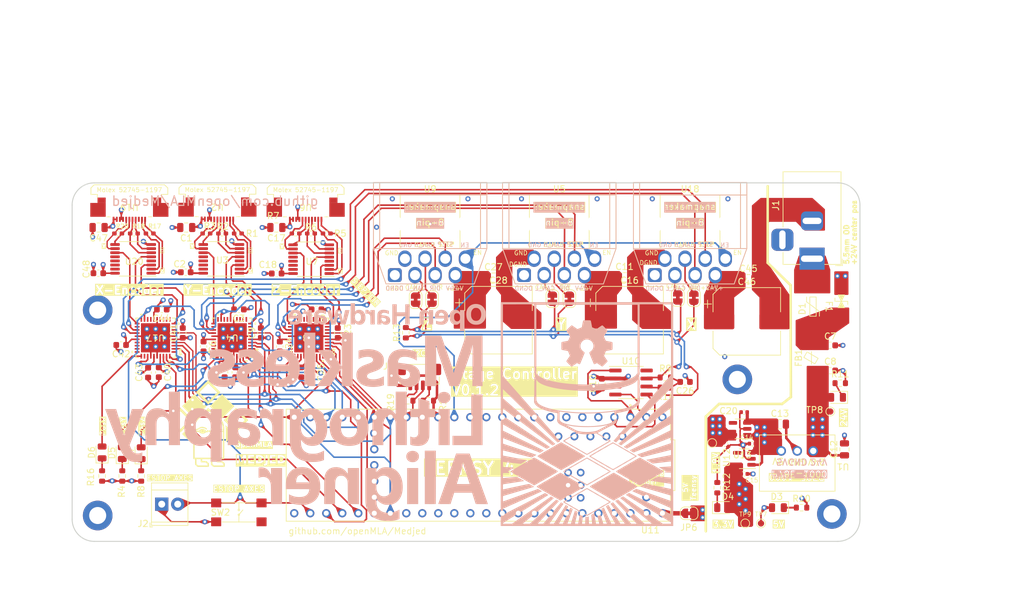
<source format=kicad_pcb>
(kicad_pcb (version 20221018) (generator pcbnew)
  (layers (0 "F.Cu" signal) (1 "In1.Cu" signal) (2 "In2.Cu" signal) (31 "B.Cu" signal) (34 "B.Paste" user) (35 "F.Paste" user) (36 "B.SilkS" user "B.Silkscreen") (37 "F.SilkS" user "F.Silkscreen") (38 "B.Mask" user) (39 "F.Mask" user) (44 "Edge.Cuts" user))
  (net 0 "")
  (net 1 "Net-(D5-K)")
  (net 2 "/Axis Y/TGT")
  (net 3 "Net-(D6-K)")
  (net 4 "/Axis X/TGT")
  (net 5 "Net-(D7-K)")
  (net 6 "/Axis Z/TGT")
  (net 7 "/Axis Y/Z_Z-")
  (net 8 "+1V8")
  (net 9 "/Axis Y/Z_Z+")
  (net 10 "/Axis Y/Z_B-")
  (net 11 "/Axis Y/Z_B+")
  (net 12 "/Axis Y/Z_A-")
  (net 13 "/Axis Y/Z_A+")
  (net 14 "/Axis Z/Z_Z-")
  (net 15 "/Axis Z/Z_Z+")
  (net 16 "GND")
  (net 17 "/Axis Z/Z_B-")
  (net 18 "/Axis Z/Z_B+")
  (net 19 "/Axis Z/Z_A-")
  (net 20 "/Axis Z/Z_A+")
  (net 21 "/Axis X/Z_Z-")
  (net 22 "/Axis X/Z_Z+")
  (net 23 "/Axis X/Z_B-")
  (net 24 "/Axis X/Z_B+")
  (net 25 "/Axis X/Z_A-")
  (net 26 "/Axis X/Z_A+")
  (net 27 "/Axis Y/DIR")
  (net 28 "/Axis Y/STEP")
  (net 29 "/Axis Z/DIR")
  (net 30 "/Axis Z/STEP")
  (net 31 "/Axis X/DIR")
  (net 32 "/Axis X/STEP")
  (net 34 "+24V")
  (net 38 "CS_Y")
  (net 56 "INT_Y")
  (net 69 "+5V")
  (net 70 "EN_SNAP")
  (net 71 "SCK")
  (net 72 "MOSI")
  (net 73 "MISO")
  (net 74 "TeensyCLK")
  (net 75 "Net-(D2-K)")
  (net 76 "/+24Vfused")
  (net 77 "/+24Vsrc")
  (net 78 "Net-(D3-K)")
  (net 79 "+3.3V")
  (net 80 "Net-(D4-K)")
  (net 82 "Net-(JP6-A)")
  (net 85 "ESTOP")
  (net 87 "CS_Z")
  (net 89 "INT_Z")
  (net 90 "CS_X")
  (net 91 "INT_X")
  (net 96 "/Axis Y/A")
  (net 98 "/Axis Y/B")
  (net 99 "/Axis Z/A")
  (net 100 "/Axis Z/B")
  (net 101 "/Axis X/B")
  (net 102 "/Axis X/A")
  (net 103 "/Axis Y/N")
  (net 104 "/Axis Z/N")
  (net 105 "/Axis X/N")
  (net 112 "CAN_H")
  (net 113 "CAN_L")
  (net 114 "RST_AXES")
  (net 115 "Net-(U10-TXD)")
  (net 116 "Net-(U10-RXD)")
  (net 117 "CAN_EN")
  (net 120 "Net-(C26-Pad2)")
  (net 121 "/Axis Y/CAN_L")
  (net 122 "/Axis Y/CAN_H")
  (net 123 "/Axis Z/CAN_L")
  (net 124 "/Axis Z/CAN_H")
  (net 125 "/Axis X/CAN_L")
  (net 126 "/Axis X/CAN_H")
  (net 127 "/SCL")
  (net 128 "/SDA")
  (net 131 "/+3.3V Teensy")
  (footprint "Resistor_SMD:R_0603_1608Metric" (layer "F.Cu") (at 22.9 67.725 -90)
    (fp_text reference "R4")
    (fp_text value "5k1")
  )
  (footprint "Capacitor_SMD:C_0805_2012Metric" (layer "F.Cu") (at 33.05 28.3 180)
    (fp_text reference "C1")
    (fp_text value "10uF")
  )
  (footprint "Capacitor_SMD:C_0603_1608Metric" (layer "F.Cu") (at 47.9 47.175 -90)
    (fp_text reference "C24")
    (fp_text value "100nF")
  )
  (footprint "LED_SMD:LED_0805_2012Metric" (layer "F.Cu") (at 25.9 64.1125 90)
    (fp_text reference "D7")
    (fp_text value "Red")
  )
  (footprint "medjed-mainboard:MEDJED-logo-15mm" (layer "F.Cu") (at 36.55 59.45)
    (fp_text reference "G***" hide)
    (fp_text value "LOGO" hide)
  )
  (footprint "Capacitor_SMD:C_0402_1005Metric" (layer "F.Cu") (at 121.6 67.4)
    (fp_text reference "C15")
    (fp_text value "1uF")
  )
  (footprint "Package_TO_SOT_SMD:SOT-23-5" (layer "F.Cu") (at 121.6125 65 180)
    (fp_text reference "U12")
    (fp_text value "MIC5317-3.3")
  )
  (footprint "Resistor_SMD:R_0402_1005Metric_Pad0.72x0.64mm_HandSolder" (layer "F.Cu") (at 22.25 29.25 180)
    (fp_text reference "R20")
    (fp_text value "120")
  )
  (footprint "Resistor_SMD:R_0402_1005Metric_Pad0.72x0.64mm_HandSolder" (layer "F.Cu") (at 24.75 29.25 180)
    (fp_text reference "R18")
    (fp_text value "120")
  )
  (footprint "Jumper:SolderJumper-2_P1.3mm_Bridged_RoundedPad1.0x1.5mm" (layer "F.Cu") (at 113.6 39.45 -90)
    (fp_text reference "JP5" hide)
    (fp_text value "SolderJumper_2_Bridged")
  )
  (footprint "Jumper:SolderJumper-2_P1.3mm_Bridged_RoundedPad1.0x1.5mm" (layer "F.Cu") (at 91.15 39.6 -90)
    (fp_text reference "JP3" hide)
    (fp_text value "SolderJumper_2_Bridged")
  )
  (footprint "Capacitor_SMD:C_0402_1005Metric" (layer "F.Cu") (at 122.88 62.6 180)
    (fp_text reference "C14")
    (fp_text value "1uF")
  )
  (footprint "medjed-mainboard:snapmaker_8-pin" (layer "F.Cu") (at 71.75 31.65)
    (fp_text reference "U9")
    (fp_text value "~")
  )
  (footprint "Resistor_SMD:R_0603_1608Metric" (layer "F.Cu") (at 109.075 52.1)
    (fp_text reference "R9")
    (fp_text value "60.4")
  )
  (footprint "" (layer "F.Cu") (at 135.5 73.75)
    (fp_text reference "")
    (fp_text value "")
  )
  (footprint "medjed-mainboard:TSSOP-16-AM26LS32A" (layer "F.Cu") (at 24.625 33.275 180)
    (fp_text reference "U20")
    (fp_text value "~")
  )
  (footprint "LED_SMD:LED_0805_2012Metric" (layer "F.Cu") (at 136.3125 55.25 180)
    (fp_text reference "D2" hide)
    (fp_text value "Red")
  )
  (footprint "medjed-mainboard:CP_Elec_220uf" (layer "F.Cu") (at 103.4 43)
    (fp_text reference "C16")
    (fp_text value "220uF")
  )
  (footprint "LED_SMD:LED_0805_2012Metric" (layer "F.Cu") (at 22.9 64.0875 90)
    (fp_text reference "D5")
    (fp_text value "Red")
  )
  (footprint "medjed-mainboard:BarrelJack_Horizontal" (layer "F.Cu") (at 132.35 33.25 -90)
    (fp_text reference "J1")
    (fp_text value "Barrel_Jack")
  )
  (footprint "Resistor_SMD:R_0402_1005Metric_Pad0.72x0.64mm_HandSolder" (layer "F.Cu") (at 41.25 29.25 180)
    (fp_text reference "R1")
    (fp_text value "120")
  )
  (footprint "Resistor_SMD:R_0402_1005Metric_Pad0.72x0.64mm_HandSolder" (layer "F.Cu") (at 52.8475 29.25 180)
    (fp_text reference "R6")
    (fp_text value "120")
  )
  (footprint "Jumper:SolderJumper-2_P1.3mm_Bridged_RoundedPad1.0x1.5mm" (layer "F.Cu") (at 69.45 39.75 -90)
    (fp_text reference "JP2" hide)
    (fp_text value "SolderJumper_2_Bridged")
  )
  (footprint "medjed-mainboard:P78E-1000" (layer "F.Cu") (at 130 63.75 180)
    (fp_text reference "U1")
    (fp_text value "P78E-1000")
  )
  (footprint "Resistor_SMD:R_0402_1005Metric_Pad0.72x0.64mm_HandSolder" (layer "F.Cu") (at 38.75 29.25 180)
    (fp_text reference "R2")
    (fp_text value "120")
  )
  (footprint "medjed-mainboard:TMC4361A_QFN40_6X6_TRI" (layer "F.Cu") (at 52.5 45.8 180)
    (fp_text reference "U8")
    (fp_text value "TMC4361A-LA")
  )
  (footprint "medjed-mainboard:TMC4361A_QFN40_6X6_TRI" (layer "F.Cu") (at 40.3395 45.8 180)
    (fp_text reference "U4")
    (fp_text value "TMC4361A-LA")
  )
  (footprint "Resistor_SMD:R_0603_1608Metric" (layer "F.Cu") (at 136.825 53)
    (fp_text reference "R11")
    (fp_text value "5k1")
  )
  (footprint "Jumper:SolderJumper-2_P1.3mm_Bridged_RoundedPad1.0x1.5mm" (layer "F.Cu") (at 111.05 39.4 -90)
    (fp_text reference "JP7" hide)
    (fp_text value "SolderJumper_2_Bridged")
  )
  (footprint "Capacitor_SMD:C_0603_1608Metric" (layer "F.Cu") (at 40.8395 51.275 -90)
    (fp_text reference "C5")
    (fp_text value "100nF")
  )
  (footprint "medjed-mainboard:teensy_4.1" (layer "F.Cu") (at 79.4 66.0175 180)
    (fp_text reference "U11")
    (fp_text value "teensy 4.1")
  )
  (footprint "Capacitor_SMD:C_0603_1608Metric" (layer "F.Cu") (at 99 53.075 90)
    (fp_text reference "C10")
    (fp_text value "100nF")
  )
  (footprint "TestPoint:TestPoint_Pad_D1.0mm" (layer "F.Cu") (at 121.75 75.25)
    (fp_text reference "TP9")
    (fp_text value "TestPoint")
  )
  (footprint "Resistor_SMD:R_0603_1608Metric" (layer "F.Cu") (at 25.9 67.725 -90)
    (fp_text reference "R8")
    (fp_text value "5k1")
  )
  (footprint "LED_SMD:LED_0805_2012Metric" (layer "F.Cu") (at 126.9375 72.75 180)
    (fp_text reference "D3")
    (fp_text value "Red")
  )
  (footprint "TerminalBlock_TE-Connectivity:TerminalBlock_TE_282834-2_1x02_P2.54mm_Horizontal" (layer "F.Cu") (at 29.16 72.2)
    (fp_text reference "J2")
    (fp_text value "ESTOP terminal")
  )
  (footprint "Capacitor_SMD:C_0603_1608Metric" (layer "F.Cu") (at 19.102464 35.551769 180)
    (fp_text reference "C48")
    (fp_text value "100nF")
  )
  (footprint "Capacitor_SMD:C_0603_1608Metric" (layer "F.Cu") (at 53 51.275 -90)
    (fp_text reference "C25")
    (fp_text value "100nF")
  )
  (footprint "MountingHole:MountingHole_2.7mm_M2.5_DIN965_Pad" (layer "F.Cu") (at 18.9 41.4)
    (fp_text reference "REF**" hide)
    (fp_text value "MountingHole_2.7mm_M2.5_DIN965_Pad")
  )
  (footprint "" (layer "F.Cu") (at 120.5 52.4)
    (fp_text reference "")
    (fp_text value "")
  )
  (footprint "Resistor_SMD:R_0603_1608Metric" (layer "F.Cu") (at 130.6875 72.75)
    (fp_text reference "R10")
    (fp_text value "5k1")
  )
  (footprint "Capacitor_SMD:C_0805_2012Metric" (layer "F.Cu") (at 19.15 28.3 180)
    (fp_text reference "C47")
    (fp_text value "10uF")
  )
  (footprint "medjed-mainboard:SMAJ28CA" (layer "F.Cu") (at 137 40.00936 90)
    (fp_text reference "D1")
    (fp_text value "SMAJ28CA")
  )
  (footprint "Capacitor_SMD:C_0603_1608Metric" (layer "F.Cu") (at 32.5 45.025 90)
    (fp_text reference "C41")
    (fp_text value "100nF")
  )
  (footprint "Capacitor_SMD:C_0402_1005Metric" (layer "F.Cu") (at 121.58 57.6 180)
    (fp_text reference "C20")
    (fp_text value "1uF")
  )
  (footprint "TestPoint:TestPoint_Pad_D1.0mm" (layer "F.Cu") (at 116.5 62.5)
    (fp_text reference "TP10" hide)
    (fp_text value "TestPoint")
  )
  (footprint "Capacitor_SMD:C_0603_1608Metric" (layer "F.Cu") (at 57.1 45.025 90)
    (fp_text reference "C23")
    (fp_text value "100nF")
  )
  (footprint "Resistor_SMD:R_0603_1608Metric" (layer "F.Cu") (at 19.7 67.725 -90)
    (fp_text reference "R16")
    (fp_text value "5k1")
  )
  (footprint "Capacitor_SMD:C_0805_2012Metric" (layer "F.Cu") (at 137.5 63.5 90)
    (fp_text reference "C12")
    (fp_text value "10uF")
  )
  (footprint "Capacitor_SMD:C_0603_1608Metric" (layer "F.Cu") (at 35.8 47.175 -90)
    (fp_text reference "C6")
    (fp_text value "100nF")
  )
  (footprint "medjed-mainboard:TMC4361A_QFN40_6X6_TRI" (layer "F.Cu") (at 28.179 45.8 180)
    (fp_text reference "U17")
    (fp_text value "TMC4361A-LA")
  )
  (footprint "Resistor_SMD:R_0603_1608Metric" (layer "F.Cu") (at 68.195 55.78)
    (fp_text reference "R19")
    (fp_text value "5k1")
  )
  (footprint "Resistor_SMD:R_0603_1608Metric" (layer "F.Cu") (at 109.075 53.7 180)
    (fp_text reference "R14")
    (fp_text value "60.4")
  )
  (footprint "medjed-mainboard:Molex 52745-1197" (layer "F.Cu") (at 52 26.6 180)
    (fp_text reference "U6")
    (fp_text value "~")
  )
  (footprint "Package_TO_SOT_SMD:SOT-23-5" (layer "F.Cu") (at 120.9375 60.25 180)
    (fp_text reference "U13")
    (fp_text value "MIC5317-1.8")
  )
  (footprint "medjed-mainboard:E-switch-button" (layer "F.Cu") (at 41.4 73.5)
    (fp_text reference "SW2")
    (fp_text value "ESTOP switch")
  )
  (footprint "medjed-mainboard:TSSOP-16-AM26LS32A" (layer "F.Cu") (at 38.625 33.275 180)
    (fp_text reference "U3")
    (fp_text value "~")
  )
  (footprint "medjed-mainboard:CP_Elec_220uf" (layer "F.Cu") (at 122 43.2)
    (fp_text reference "C46")
    (fp_text value "220uF")
  )
  (footprint "Capacitor_SMD:C_0603_1608Metric" (layer "F.Cu") (at 27 51.325 90)
    (fp_text reference "C43")
    (fp_text value "100nF")
  )
  (footprint "medjed-mainboard:snapmaker_8-pin" (layer "F.Cu") (at 92.25 31.65)
    (fp_text reference "U5")
    (fp_text value "~")
  )
  (footprint "Resistor_SMD:R_0402_1005Metric_Pad0.72x0.64mm_HandSolder" (layer "F.Cu") (at 55.3475 29.25 180)
    (fp_text reference "R5")
    (fp_text value "120")
  )
  (footprint "Jumper:SolderJumper-2_P1.3mm_Bridged_RoundedPad1.0x1.5mm" (layer "F.Cu") (at 72.05 39.75 -90)
    (fp_text reference "JP1" hide)
    (fp_text value "SolderJumper_2_Bridged")
  )
  (footprint "Capacitor_SMD:C_0402_1005Metric" (layer "F.Cu") (at 118.7 62.75 -45)
    (fp_text reference "C21" hide)
    (fp_text value "1uF")
  )
  (footprint "Resistor_SMD:R_0603_1608Metric" (layer "F.Cu") (at 71.465 55.78 180)
    (fp_text reference "R15")
    (fp_text value "5k1")
  )
  (footprint "Capacitor_SMD:C_0603_1608Metric" (layer "F.Cu") (at 29.175 41.3 180)
    (fp_text reference "C44")
    (fp_text value "100nF")
  )
  (footprint "Capacitor_SMD:C_0603_1608Metric" (layer "F.Cu") (at 32.975 35.4 180)
    (fp_text reference "C2")
    (fp_text value "100nF")
  )
  (footprint "Capacitor_SMD:C_0603_1608Metric" (layer "F.Cu") (at 112.2 52.8 180)
    (fp_text reference "C26")
    (fp_text value "4.7nF")
  )
  (footprint "Resistor_SMD:R_0402_1005Metric_Pad0.72x0.64mm_HandSolder" (layer "F.Cu") (at 27.25 29.25 180)
    (fp_text reference "R17")
    (fp_text value "120")
  )
  (footprint "Package_SO:SOIC-8_3.9x4.9mm_P1.27mm" (layer "F.Cu") (at 103.625 52.895)
    (fp_text reference "U10")
    (fp_text value "TCAN330")
  )
  (footprint "Capacitor_SMD:C_0603_1608Metric" (layer "F.Cu") (at 53.725 41.3 180)
    (fp_text reference "C19")
    (fp_text value "100nF")
  )
  (footprint "Capacitor_SMD:C_0603_1608Metric" (layer "F.Cu") (at 28.7 51.275 -90)
    (fp_text reference "C40")
    (fp_text value "100nF")
  )
  (footprint "medjed-mainboard:Molex 52745-1197" (layer "F.Cu") (at 24.025 26.6 180)
    (fp_text reference "U19")
    (fp_text value "~")
  )
  (footprint "Capacitor_SMD:C_0603_1608Metric" (layer "F.Cu") (at 39.1395 51.275 90)
    (fp_text reference "C4")
    (fp_text value "100nF")
  )
  (footprint "Resistor_SMD:R_0402_1005Metric_Pad0.72x0.64mm_HandSolder" (layer "F.Cu") (at 36.25 29.25 180)
    (fp_text reference "R3")
    (fp_text value "120")
  )
  (footprint "Capacitor_SMD:C_0603_1608Metric" (layer "F.Cu") (at 41.4145 41.3 180)
    (fp_text reference "C3")
    (fp_text value "100nF")
  )
  (footprint "medjed-mainboard:snapmaker_8-pin" (layer "F.Cu") (at 113 31.65)
    (fp_text reference "U18")
    (fp_text value "~")
  )
  (footprint "TestPoint:TestPoint_Pad_D1.0mm" (layer "F.Cu") (at 124.25 75.25)
    (fp_text reference "TP7")
    (fp_text value "TestPoint")
  )
  (footprint "LED_SMD:LED_0805_2012Metric" (layer "F.Cu") (at 19.7 63.9875 90)
    (fp_text reference "D6")
    (fp_text value "Red")
  )
  (footprint "medjed-mainboard:SMDC185F_33-2" (layer "F.Cu") (at 132.5 40.85 -90)
    (fp_text reference "F1")
    (fp_text value "SMDC185F/33-2")
  )
  (footprint "Capacitor_SMD:C_0805_2012Metric" (layer "F.Cu") (at 81.8 36.25)
    (fp_text reference "C27")
    (fp_text value "10uF")
  )
  (footprint "medjed-mainboard:Molex 52745-1197" (layer "F.Cu") (at 38 26.575 180)
    (fp_text reference "U2")
    (fp_text value "~")
  )
  (footprint "Resistor_SMD:R_0603_1608Metric" (layer "F.Cu") (at 67.9 45 90)
    (fp_text reference "R13")
    (fp_text value "120")
  )
  (footprint "Capacitor_SMD:C_0805_2012Metric" (layer "F.Cu") (at 102.6 36.2)
    (fp_text reference "C11")
    (fp_text value "10uF")
  )
  (footprint "Capacitor_SMD:C_0805_2012Metric" (layer "F.Cu") (at 127.25 59.5)
    (fp_text reference "C13")
    (fp_text value "22uF")
  )
  (footprint "Connector_JST:JST_SH_BM04B-SRSS-TB_1x04-1MP_P1.00mm_Vertical" (layer "F.Cu") (at 70.1 52.025)
    (fp_text reference "J3")
    (fp_text value "Conn_01x04_Pin")
  )
  (footprint "Jumper:SolderJumper-2_P1.3mm_Bridged_RoundedPad1.0x1.5mm" (layer "F.Cu") (at 93.85 39.6 -90)
    (fp_text reference "JP4" hide)
    (fp_text value "SolderJumper_2_Bridged")
  )
  (footprint "medjed-mainboard:TSSOP-16-AM26LS32A" (layer "F.Cu") (at 52.875 33.325 180)
    (fp_text reference "U7")
    (fp_text value "~")
  )
  (footprint "Jumper:SolderJumper-2_P1.3mm_Bridged_RoundedPad1.0x1.5mm" (layer "F.Cu") (at 112.841755 73.652469)
    (fp_text reference "JP6")
    (fp_text value "SolderJumper_2_Bridged")
  )
  (footprint "Capacitor_SMD:C_0805_2012Metric" (layer "F.Cu") (at 122.25 36.5)
    (fp_text reference "C45")
    (fp_text value "10uF")
  )
  (footprint "Capacitor_SMD:C_0805_2012Metric" (layer "F.Cu") (at 47.35 28.3 180)
    (fp_text reference "C17")
    (fp_text value "10uF")
  )
  (footprint "" (layer "F.Cu") (at 19.5 73.75)
    (fp_text reference "")
    (fp_text value "")
  )
  (footprint "medjed-mainboard:CP_Elec_220uf" (layer "F.Cu") (at 82.6 43)
    (fp_text reference "C28")
    (fp_text value "220uF")
  )
  (footprint "LED_SMD:LED_0805_2012Metric" (layer "F.Cu") (at 118.25 72.75)
    (fp_text reference "D4")
    (fp_text value "Red")
  )
  (footprint "Capacitor_SMD:C_0603_1608Metric" (layer "F.Cu") (at 22.725 46.937921 180)
    (fp_text reference "C42")
    (fp_text value "100nF")
  )
  (footprint "medjed-mainboard:BLM41P600S" (layer "F.Cu") (at 132.25 49 90)
    (fp_text reference "FB1")
    (fp_text value "FerriteBead")
  )
  (footprint "Resistor_SMD:R_0603_1608Metric" (layer "F.Cu") (at 117.315856 69.584564 90)
    (fp_text reference "R12")
    (fp_text value "5k1")
  )
  (footprint "Capacitor_SMD:C_0603_1608Metric" (layer "F.Cu") (at 44.9 45.025 90)
    (fp_text reference "C9")
    (fp_text value "100nF")
  )
  (footprint "Capacitor_SMD:C_0603_1608Metric" (layer "F.Cu") (at 135.25 51)
    (fp_text reference "C8")
    (fp_text value "100nF")
  )
  (footprint "Capacitor_SMD:C_0603_1608Metric" (layer "F.Cu") (at 51.3 51.275 90)
    (fp_text reference "C22")
    (fp_text value "100nF")
  )
  (footprint "TestPoint:TestPoint_Pad_D1.0mm" (layer "F.Cu") (at 135.25 57.5)
    (fp_text reference "TP8")
    (fp_text value "TestPoint")
  )
  (footprint "Capacitor_SMD:C_0603_1608Metric" (layer "F.Cu") (at 47.4 35.6 180)
    (fp_text reference "C18")
    (fp_text value "100nF")
  )
  (footprint "Resistor_SMD:R_0402_1005Metric_Pad0.72x0.64mm_HandSolder" (layer "F.Cu") (at 50.4025 29.25 180)
    (fp_text reference "R7")
    (fp_text value "120")
  )
  (footprint "Capacitor_SMD:C_0603_1608Metric" (layer "F.Cu") (at 135.25 47)
    (fp_text reference "C7")
    (fp_text value "100nF")
  )
  (footprint "medjed-mainboard:open-MLA-logo" (layer "B.Cu") (at 64.18043 57.888121 180)
    (fp_text reference "G***" hide)
    (fp_text value "LOGO" hide)
  )
  (gr_line (start 129 55.2) (end 127.6 56.3) (stroke (width 0.4)) (layer "F.SilkS"))
  (gr_line (start 115.5 58.3) (end 115.5 76.5) (stroke (width 0.4)) (layer "F.SilkS"))
  (gr_line (start 128.95 37.45) (end 129 55.2) (stroke (width 0.4)) (layer "F.SilkS"))
  (gr_line (start 127.6 56.3) (end 117.6 56.3) (stroke (width 0.4)) (layer "F.SilkS"))
  (gr_line (start 125.32 21.74) (end 125.3 33.9) (stroke (width 0.4)) (layer "F.SilkS"))
  (gr_line (start 117.6 56.3) (end 115.5 58.3) (stroke (width 0.4)) (layer "F.SilkS"))
  (gr_line (start 128.95 37.45) (end 125.3 33.9) (stroke (width 0.4)) (layer "F.SilkS"))
  (gr_arc (start 139.94992 74.599994) (mid 138.924806 77.074839) (end 136.449961 78.099954) (stroke (width 0.16)) (layer "Edge.Cuts"))
  (gr_arc (start 136.44996 21.216064) (mid 138.924805 22.241179) (end 139.94992 24.716024) (stroke (width 0.16)) (layer "Edge.Cuts"))
  (gr_line (start 136.44996 21.216064) (end 18.44996 21.216064) (stroke (width 0.16)) (layer "Edge.Cuts"))
  (gr_line (start 14.95 24.716024) (end 14.95 74.60004) (stroke (width 0.16)) (layer "Edge.Cuts"))
  (gr_arc (start 14.95 24.716024) (mid 15.975115 22.241179) (end 18.44996 21.216064) (stroke (width 0.16)) (layer "Edge.Cuts"))
  (gr_arc (start 18.449961 78.1) (mid 15.975115 77.074886) (end 14.95 74.60004) (stroke (width 0.16)) (layer "Edge.Cuts"))
  (gr_line (start 139.94992 74.599994) (end 139.94992 24.716024) (stroke (width 0.16)) (layer "Edge.Cuts"))
  (gr_line (start 18.449961 78.1) (end 136.449961 78.099954) (stroke (width 0.16)) (layer "Edge.Cuts"))
  (gr_text "github.com/openMLA/Medjed" (at 54.14 24.98) (layer "B.SilkS") (effects (font (size 1.5 1.5) (thickness 0.2)) (justify left bottom mirror)))
  (gr_text "I2C" (at 70 48.8) (layer "F.SilkS" knockout) (effects (font (size 0.9 0.9) (thickness 0.14)) (justify bottom)))
  (gr_text "Z-Encoder" (at 52 39) (layer "F.SilkS" knockout) (effects (font (size 1.3 1.3) (thickness 0.3) bold) (justify bottom)))
  (gr_text "MEDJED" (at 40.9 65.95) (layer "F.SilkS" knockout) (effects (font (size 1.3 1.3) (thickness 0.2) bold) (justify left bottom)))
  (gr_text "X-Encoder" (at 24 39) (layer "F.SilkS" knockout) (effects (font (size 1.3 1.3) (thickness 0.3) bold) (justify bottom)))
  (gr_text "X\n" (at 113.2 44.6) (layer "F.SilkS" knockout) (effects (font (size 1.5 1.5) (thickness 0.3) bold) (justify bottom)))
  (gr_text "Z" (at 71.25 44.55) (layer "F.SilkS" knockout) (effects (font (size 1.5 1.5) (thickness 0.3) bold) (justify bottom)))
  (gr_text "cut VUSB\njumper " (at 106.1 69.1) (layer "F.SilkS" knockout) (effects (font (size 0.8 0.8) (thickness 0.12) bold) (justify bottom)))
  (gr_text "ESTOP AXES" (at 41.4 70.3) (layer "F.SilkS" knockout) (effects (font (size 0.9 0.9) (thickness 0.14)) (justify bottom)))
  (gr_text "Y-Encoder" (at 38.025 39) (layer "F.SilkS" knockout) (effects (font (size 1.3 1.3) (thickness 0.3) bold) (justify bottom)))
  (gr_text "Stage Controller\nV0.1.2" (at 75.05 55.05) (layer "F.SilkS" knockout) (effects (font (size 1.6 1.6) (thickness 0.27) bold) (justify left bottom)))
  (gr_text "5V\n" (at 126 76) (layer "F.SilkS" knockout) (effects (font (size 1 1) (thickness 0.18) bold) (justify left bottom)))
  (gr_text "STEP/DIR\n" (at 59.1 36.75 315) (layer "F.SilkS" knockout) (effects (font (size 0.8 0.8) (thickness 0.12) bold) (justify left bottom)))
  (gr_text "24V" (at 138 60 90) (layer "F.SilkS" knockout) (effects (font (size 1 1) (thickness 0.18) bold) (justify left bottom)))
  (gr_text "+24V center pos\n" (at 139.5 34.35 90) (layer "F.SilkS") (effects (font (size 0.8 0.8) (thickness 0.2) bold) (justify left bottom)))
  (gr_text "3.3V\n" (at 116.5 76) (layer "F.SilkS" knockout) (effects (font (size 1 1) (thickness 0.18) bold) (justify left bottom)))
  (gr_text "PosY" (at 23.5 61.4 90) (layer "F.SilkS" knockout) (effects (font (size 0.8 0.8) (thickness 0.15) bold) (justify left bottom)))
  (gr_text "github.com/openMLA/Medjed" (at 49.2 77.05) (layer "F.SilkS") (effects (font (size 1 1) (thickness 0.125)) (justify left bottom)))
  (gr_text "Y" (at 92.55 44.6) (layer "F.SilkS" knockout) (effects (font (size 1.5 1.5) (thickness 0.3) bold) (justify bottom)))
  (gr_text "PosX" (at 20.3 61.4 90) (layer "F.SilkS" knockout) (effects (font (size 0.8 0.8) (thickness 0.15) bold) (justify left bottom)))
  (gr_text "PosZ\n" (at 26.5 61.4 90) (layer "F.SilkS" knockout) (effects (font (size 0.8 0.8) (thickness 0.15) bold) (justify left bottom)))
  (gr_text "openMLA\n" (at 40.9 63.25) (layer "F.SilkS" knockout) (effects (font (size 0.8 0.8) (thickness 0.175) bold) (justify left bottom)))
  (gr_text "5.5mm OD\n" (at 138.3 34.25 90) (layer "F.SilkS") (effects (font (size 0.8 0.8) (thickness 0.2) bold) (justify left bottom)))
  (gr_text "TEENSY 4.1" (at 79.55 67.7) (layer "F.SilkS" knockout) (effects (font (size 2 2) (thickness 0.35) bold) (justify bottom)))
  (gr_text "1.8V\n" (at 117.7 67.4 90) (layer "F.SilkS" knockout) (effects (font (size 1 1) (thickness 0.18) bold) (justify left bottom)))
  (gr_text "5V\nTeensy\n" (at 112.9 69.6 90) (layer "F.SilkS" knockout) (effects (font (size 0.8 0.8) (thickness 0.15) bold)))
  (gr_text "ESTOP AXES" (at 30.44809 68.517303) (layer "F.SilkS" knockout) (effects (font (size 0.8 0.8) (thickness 0.12) bold) (justify bottom)))
  (segment (start 22.9 65.025) (end 22.9 66.9) (width 0.25) (layer "F.Cu") (net 1))
  (segment (start 29.8 53.5) (end 30.1 53.5) (width 0.25) (layer "F.Cu") (net 2))
  (segment (start 22.9 60.4) (end 29.8 53.5) (width 0.25) (layer "F.Cu") (net 2))
  (segment (start 22.9 63.15) (end 22.9 60.4) (width 0.25) (layer "F.Cu") (net 2))
  (segment (start 38.089499 48.721) (end 35.7 51) (width 0.25) (layer "F.Cu") (net 2))
  (via (at 30.1 53.5) (size 0.8) (drill 0.4) (layers "F.Cu" "B.Cu") (net 2))
  (via (at 35.7 51) (size 0.8) (drill 0.4) (layers "F.Cu" "B.Cu") (net 2))
  (segment (start 30.1 53.5) (end 34.3 53.5) (width 0.25) (layer "B.Cu") (net 2))
  (segment (start 35.7 52.1) (end 35.7 51) (width 0.25) (layer "B.Cu") (net 2))
  (segment (start 34.3 53.5) (end 35.7 52.1) (width 0.25) (layer "B.Cu") (net 2))
  (segment (start 19.7 64.925) (end 19.7 66.9) (width 0.25) (layer "F.Cu") (net 3))
  (segment (start 25.928999 48.721) (end 24.479 48.721) (width 0.25) (layer "F.Cu") (net 4))
  (segment (start 19.7 53.5) (end 19.7 63.05) (width 0.25) (layer "F.Cu") (net 4))
  (segment (start 24.479 48.721) (end 19.7 53.5) (width 0.25) (layer "F.Cu") (net 4))
  (segment (start 25.9 65.05) (end 25.9 66.9) (width 0.25) (layer "F.Cu") (net 5))
  (segment (start 25.9 63.175) (end 25.9 60.5) (width 0.25) (layer "F.Cu") (net 6))
  (segment (start 47.55 51.420999) (end 50.249999 48.721) (width 0.25) (layer "F.Cu") (net 6))
  (segment (start 25.9 60.5) (end 29 57.4) (width 0.25) (layer "F.Cu") (net 6))
  (segment (start 47.55 53.2) (end 47.55 51.420999) (width 0.25) (layer "F.Cu") (net 6))
  (segment (start 29 57.4) (end 31 57.4) (width 0.25) (layer "F.Cu") (net 6))
  (via (at 47.55 53.2) (size 0.8) (drill 0.4) (layers "F.Cu" "B.Cu") (net 6))
  (via (at 31 57.4) (size 0.8) (drill 0.4) (layers "F.Cu" "B.Cu") (net 6))
  (segment (start 36.15 52.7) (end 43.25 52.7) (width 0.25) (layer "B.Cu") (net 6))
  (segment (start 31 55.05) (end 31.907759 54.142241) (width 0.25) (layer "B.Cu") (net 6))
  (segment (start 43.75 53.2) (end 47.55 53.2) (width 0.25) (layer "B.Cu") (net 6))
  (segment (start 31.907759 54.142241) (end 34.707759 54.142241) (width 0.25) (layer "B.Cu") (net 6))
  (segment (start 43.25 52.7) (end 43.75 53.2) (width 0.25) (layer "B.Cu") (net 6))
  (segment (start 34.707759 54.142241) (end 36.15 52.7) (width 0.25) (layer "B.Cu") (net 6))
  (segment (start 31 57.4) (end 31 55.05) (width 0.25) (layer "B.Cu") (net 6))
  (segment (start 40.5 26.975) (end 40.5 27.75) (width 0.25) (layer "F.Cu") (net 7))
  (segment (start 43.25 30.5) (end 43.25 34.75) (width 0.25) (layer "F.Cu") (net 7))
  (segment (start 42.638134 35.540918) (end 41.5 35.55) (width 0.25) (layer "F.Cu") (net 7))
  (segment (start 40.5 27.75) (end 41.8475 29.25) (width 0.25) (layer "F.Cu") (net 7))
  (segment (start 43.25 34.75) (end 42.638134 35.540918) (width 0.25) (layer "F.Cu") (net 7))
  (segment (start 41.8475 29.25) (end 43.25 30.5) (width 0.25) (layer "F.Cu") (net 7))
  (segment (start 40.0895 49.65) (end 39.2395 50.5) (width 0.25) (layer "F.Cu") (net 8))
  (segment (start 27.929 49.621) (end 27 50.55) (width 0.25) (layer "F.Cu") (net 8))
  (segment (start 50 52.4) (end 50 51.2) (width 0.25) (layer "F.Cu") (net 8))
  (segment (start 40.0895 48.721) (end 40.0895 49.65) (width 0.25) (layer "F.Cu") (net 8))
  (segment (start 37.8395 51.3) (end 38.3395 51.3) (width 0.25) (layer "F.Cu") (net 8))
  (segment (start 50 51.2) (end 50.7 50.5) (width 0.25) (layer "F.Cu") (net 8))
  (segment (start 25.7 51.3) (end 26.3 51.3) (width 0.25) (layer "F.Cu") (net 8))
  (segment (start 52.25 48.721) (end 52.257573 49.484853) (width 0.25) (layer "F.Cu") (net 8))
  (segment (start 27.920537 42.870537) (end 27.929 42.879) (width 0.25) (layer "F.Cu") (net 8))
  (segment (start 27.920537 41.779463) (end 27.920537 42.870537) (width 0.25) (layer "F.Cu") (net 8))
  (segment (start 40.6395 41.3) (end 40.6395 41.38364) (width 0.25) (layer "F.Cu") (net 8))
  (segment (start 26.3 51.3) (end 27 50.6) (width 0.25) (layer "F.Cu") (net 8))
  (segment (start 28.4 41.3) (end 27.920537 41.779463) (width 0.25) (layer "F.Cu") (net 8))
  (segment (start 28.4 40.8) (end 28.4 41.3) (width 0.25) (layer "F.Cu") (net 8))
  (segment (start 38.3395 51.3) (end 39.1395 50.5) (width 0.25) (layer "F.Cu") (net 8))
  (segment (start 27 50.6) (end 27 50.55) (width 0.25) (layer "F.Cu") (net 8))
  (segment (start 49.9 40.5) (end 52.15 40.5) (width 0.25) (layer "F.Cu") (net 8))
  (segment (start 52.25 42.879) (end 52.25 42) (width 0.25) (layer "F.Cu") (net 8))
  (segment (start 118.9 61.2) (end 119.8 61.2) (width 0.25) (layer "F.Cu") (net 8))
  (segment (start 39.2395 50.5) (end 39.1395 50.5) (width 0.25) (layer "F.Cu") (net 8))
  (segment (start 40.6395 41.38364) (end 40.0895 41.93364) (width 0.25) (layer "F.Cu") (net 8))
  (segment (start 40.6395 41.3) (end 40.5395 41.2) (width 0.25) (layer "F.Cu") (net 8))
  (segment (start 50.7 50.5) (end 51.3 50.5) (width 0.25) (layer "F.Cu") (net 8))
  (segment (start 40.5395 41.2) (end 40.5395 39.6395) (width 0.25) (layer "F.Cu") (net 8))
  (segment (start 40.5395 39.6395) (end 39.4 38.5) (width 0.25) (layer "F.Cu") (net 8))
  (segment (start 29.4 39.8) (end 28.4 40.8) (width 0.25) (layer "F.Cu") (net 8))
  (segment (start 52.25 42) (end 52.95 41.3) (width 0.25) (layer "F.Cu") (net 8))
  (segment (start 27.929 48.721) (end 27.929 49.621) (width 0.25) (layer "F.Cu") (net 8))
  (segment (start 52.15 40.5) (end 52.95 41.3) (width 0.25) (layer "F.Cu") (net 8))
  (segment (start 52.257573 49.484853) (end 51.3 50.5) (width 0.25) (layer "F.Cu") (net 8))
  (segment (start 40.0895 41.93364) (end 40.0895 42.879) (width 0.25) (layer "F.Cu") (net 8))
  (via (at 37.8395 51.3) (size 0.8) (drill 0.4) (layers "F.Cu" "B.Cu") (net 8))
  (via (at 117.7 60.9) (size 0.8) (drill 0.4) (layers "F.Cu" "B.Cu") (net 8))
  (via (at 39.4 38.5) (size 0.8) (drill 0.4) (layers "F.Cu" "B.Cu") (net 8))
  (via (at 25.7 51.3) (size 0.8) (drill 0.4) (layers "F.Cu" "B.Cu") (net 8))
  (via (at 116.6 60.9) (size 0.8) (drill 0.4) (layers "F.Cu" "B.Cu") (net 8))
  (via (at 117.7 59.8) (size 0.8) (drill 0.4) (layers "F.Cu" "B.Cu") (net 8))
  (via (at 29.4 39.8) (size 0.8) (drill 0.4) (layers "F.Cu" "B.Cu") (net 8))
  (via (at 50 52.4) (size 0.8) (drill 0.4) (layers "F.Cu" "B.Cu") (net 8))
  (via (at 117.7 58.7) (size 0.8) (drill 0.4) (layers "F.Cu" "B.Cu") (net 8))
  (via (at 116.6 58.7) (size 0.8) (drill 0.4) (layers "F.Cu" "B.Cu") (net 8))
  (via (at 49.9 40.5) (size 0.8) (drill 0.4) (layers "F.Cu" "B.Cu") (net 8))
  (via (at 116.6 59.8) (size 0.8) (drill 0.4) (layers "F.Cu" "B.Cu") (net 8))
  (segment (start 42.25 30.25) (end 42.75 30.75) (width 0.25) (layer "F.Cu") (net 9))
  (segment (start 42.75 30.75) (end 42.75 34.5) (width 0.25) (layer "F.Cu") (net 9))
  (segment (start 40.6525 29.25) (end 41.25 30.25) (width 0.25) (layer "F.Cu") (net 9))
  (segment (start 42.75 34.5) (end 42.434889 34.902147) (width 0.25) (layer "F.Cu") (net 9))
  (segment (start 40.656584 28.73719) (end 40.6525 29.25) (width 0.25) (layer "F.Cu") (net 9))
  (segment (start 42.434889 34.902147) (end 41.5 34.9) (width 0.25) (layer "F.Cu") (net 9))
  (segment (start 40 28) (end 40.656584 28.73719) (width 0.25) (layer "F.Cu") (net 9))
  (segment (start 40 26.975) (end 40 28) (width 0.25) (layer "F.Cu") (net 9))
  (segment (start 41.25 30.25) (end 42.25 30.25) (width 0.25) (layer "F.Cu") (net 9))
  (segment (start 39.3475 30.991446) (end 40.006054 31.65) (width 0.25) (layer "F.Cu") (net 10))
  (segment (start 39 28.5) (end 39.3475 29.25) (width 0.25) (layer "F.Cu") (net 10))
  (segment (start 40.006054 31.65) (end 41.5 31.65) (width 0.25) (layer "F.Cu") (net 10))
  (segment (start 39.3475 29.25) (end 39.3475 30.991446) (width 0.25) (layer "F.Cu") (net 10))
  (segment (start 39 26.975) (end 39 28.5) (width 0.25) (layer "F.Cu") (net 10))
  (segment (start 38.1525 30.7525) (end 39.7 32.3) (width 0.25) (layer "F.Cu") (net 11))
  (segment (start 38.1525 29.25) (end 38.1525 30.7525) (width 0.25) (layer "F.Cu") (net 11))
  (segment (start 38.5 28.5) (end 38.1525 29.25) (width 0.25) (layer "F.Cu") (net 11))
  (segment (start 39.7 32.3) (end 41.5 32.3) (width 0.25) (layer "F.Cu") (net 11))
  (segment (start 38.5 26.975) (end 38.5 28.5) (width 0.25) (layer "F.Cu") (net 11))
  (segment (start 38 28.25) (end 36.8475 29.25) (width 0.25) (layer "F.Cu") (net 12))
  (segment (start 35.75 30.5) (end 35.75 31) (width 0.25) (layer "F.Cu") (net 12))
  (segment (start 38 26.975) (end 38 28.25) (width 0.25) (layer "F.Cu") (net 12))
  (segment (start 36.8475 29.25) (end 35.75 30.5) (width 0.25) (layer "F.Cu") (net 12))
  (segment (start 34.4 31.4) (end 34.65 31.65) (width 0.25) (layer "F.Cu") (net 13))
  (segment (start 37 28.5) (end 36.25 28.5) (width 0.25) (layer "F.Cu") (net 13))
  (segment (start 37.5 26.975) (end 37.5 28) (width 0.25) (layer "F.Cu") (net 13))
  (segment (start 36.25 28.5) (end 35.6525 29.25) (width 0.25) (layer "F.Cu") (net 13))
  (segment (start 34.4 30.5025) (end 34.4 31.4) (width 0.25) (layer "F.Cu") (net 13))
  (segment (start 34.65 31.65) (end 35.75 31.65) (width 0.25) (layer "F.Cu") (net 13))
  (segment (start 35.6525 29.25) (end 34.4 30.5025) (width 0.25) (layer "F.Cu") (net 13))
  (segment (start 37.5 28) (end 37 28.5) (width 0.25) (layer "F.Cu") (net 13))
  (segment (start 57.75 30.25) (end 57.75 35) (width 0.25) (layer "F.Cu") (net 14))
  (segment (start 55.945 29.25) (end 54.5 28) (width 0.25) (layer "F.Cu") (net 14))
  (segment (start 57.245231 35.607029) (end 55.75 35.6) (width 0.25) (layer "F.Cu") (net 14))
  (segment (start 56.75 29.25) (end 57.75 30.25) (width 0.25) (layer "F.Cu") (net 14))
  (segment (start 55.945 29.25) (end 56.75 29.25) (width 0.25) (layer "F.Cu") (net 14))
  (segment (start 54.5 28) (end 54.5 27) (width 0.25) (layer "F.Cu") (net 14))
  (segment (start 57.75 35) (end 57.245231 35.607029) (width 0.25) (layer "F.Cu") (net 14))
  (segment (start 55.5 30.25) (end 56.5 30.25) (width 0.25) (layer "F.Cu") (net 15))
  (segment (start 56.75 35) (end 55.75 34.95) (width 0.25) (layer "F.Cu") (net 15))
  (segment (start 57 34.75) (end 56.75 35) (width 0.25) (layer "F.Cu") (net 15))
  (segment (start 54 28.5) (end 54.75 29.25) (width 0.25) (layer "F.Cu") (net 15))
  (segment (start 54.75 29.25) (end 55.5 30.25) (width 0.25) (layer "F.Cu") (net 15))
  (segment (start 54 27) (end 54 28.5) (width 0.25) (layer "F.Cu") (net 15))
  (segment (start 56.5 30.25) (end 57 30.75) (width 0.25) (layer "F.Cu") (net 15))
  (segment (start 57 30.75) (end 57 34.75) (width 0.25) (layer "F.Cu") (net 15))
  (segment (start 121.005735 60.228308) (end 120.888161 60.033308) (width 0.25) (layer "F.Cu") (net 16))
  (segment (start 121.005735 60.228308) (end 120.937279 60.554117) (width 0.25) (layer "F.Cu") (net 16))
  (segment (start 21.3 68.5) (end 22.9 68.55) (width 0.25) (layer "F.Cu") (net 16))
  (segment (start 27.428999 48.721) (end 27.428999 46.550001) (width 0.25) (layer "F.Cu") (net 16))
  (segment (start 25.258 45.55) (end 29.35 45.55) (width 0.25) (layer "F.Cu") (net 16))
  (segment (start 54.75 30.7) (end 54.917663 31.059678) (width 0.25) (layer "F.Cu") (net 16))
  (segment (start 51 27) (end 50.5 27) (width 0.25) (layer "F.Cu") (net 16))
  (segment (start 40.5895 46.05) (end 40.5895 48.721) (width 0.25) (layer "F.Cu") (net 16))
  (segment (start 28.429 48.721) (end 28.429 46.05) (width 0.25) (layer "F.Cu") (net 16))
  (segment (start 22.4 48) (end 22.7 48) (width 0.25) (layer "F.Cu") (net 16))
  (segment (start 54.917663 31.059678) (end 55.75 31.05) (width 0.25) (layer "F.Cu") (net 16))
  (segment (start 18.327464 35.551769) (end 18.332052 34.148287) (width 0.3) (layer "F.Cu") (net 16))
  (segment (start 102.827272 52.272728) (end 103.2 51.9) (width 0.6) (layer "F.Cu") (net 16))
  (segment (start 97.7 51.9) (end 99 52.3) (width 0.6) (layer "F.Cu") (net 16))
  (segment (start 37.8 75) (end 36 75) (width 0.25) (layer "F.Cu") (net 16))
  (segment (start 40.609593 30.991873) (end 41.5 31) (width 0.25) (layer "F.Cu") (net 16))
  (segment (start 28.429 45.571) (end 28.2 45.8) (width 0.25) (layer "F.Cu") (net 16))
  (segment (start 32.181837 35.400471) (end 31.018162 35.399528) (width 0.25) (layer "F.Cu") (net 16))
  (segment (start 128.25 60) (end 128.263645 61.698389) (width 0.4) (layer "F.Cu") (net 16))
  (segment (start 29.95 41.3) (end 30.6 40.8) (width 0.25) (layer "F.Cu") (net 16))
  (segment (start 84.75 33.25) (end 88.25 33.25) (width 0.25) (layer "F.Cu") (net 16))
  (segment (start 101.138486 52.248486) (end 99.051514 52.248486) (width 0.6) (layer "F.Cu") (net 16))
  (segment (start 137.645172 51.713256) (end 137.25 51) (width 0.25) (layer "F.Cu") (net 16))
  (segment (start 37 26.975) (end 36.75 26.75) (width 0.25) (layer "F.Cu") (net 16))
  (segment (start 25.9 68.55) (end 24.4 68.5) (width 0.25) (layer "F.Cu") (net 16))
  (segment (start 137.65 53) (end 137.645172 51.713256) (width 0.25) (layer "F.Cu") (net 16))
  (segment (start 26.75 31) (end 27.5 31) (width 0.25) (layer "F.Cu") (net 16))
  (segment (start 27.9 53.5) (end 28.7 52.7) (width 0.25) (layer "F.Cu") (net 16))
  (segment (start 136.025 47) (end 137.25 47) (width 0.25) (layer "F.Cu") (net 16))
  (segment (start 47.9 47.95) (end 47.9 49.1) (width 0.25) (layer "F.Cu") (net 16))
  (segment (start 36.5 26.975) (end 37 26.975) (width 0.25) (layer "F.Cu") (net 16))
  (segment (start 43.257257 45.553243) (end 40.586257 45.553243) (width 0.25) (layer "F.Cu") (net 16))
  (segment (start 40.5895 42.879) (end 40.5895 45.55) (width 0.25) (layer "F.Cu") (net 16))
  (segment (start 44.9 43.1) (end 44.9 44.25) (width 0.25) (layer "F.Cu") (net 16))
  (segment (start 51 27) (end 50.75 26.75) (width 0.25) (layer "F.Cu") (net 16))
  (segment (start 30.8 28.3) (end 32.1 28.3) (width 0.25) (layer "F.Cu") (net 16))
  (segment (start 122 65) (end 121.587095 64.587095) (width 0.3) (layer "F.Cu") (net 16))
  (segment (start 43.2605 45.55) (end 43.257257 45.553243) (width 0.25) (layer "F.Cu") (net 16))
  (segment (start 119.4 62.8) (end 121.4 62.8) (width 0.25) (layer "F.Cu") (net 16))
  (segment (start 43.0395 41.3) (end 43.3395 41) (width 0.25) (layer "F.Cu") (net 16))
  (segment (start 121.6 62.6) (end 121.4 62.8) (width 0.25) (layer "F.Cu") (net 16))
  (segment (start 131.5125 72.75) (end 131.5125 72.0125) (width 0.3) (layer "F.Cu") (net 16))
  (segment (start 51.749999 46.550001) (end 52.5 45.8) (width 0.25) (layer "F.Cu") (net 16))
  (segment (start 136.025 51) (end 137.25 51) (width 0.25) (layer "F.Cu") (net 16))
  (segment (start 121.587095 64.587095) (end 121.587095 63.759154) (width 0.3) (layer "F.Cu") (net 16))
  (segment (start 52.75 48.721) (end 52.75 46.05) (width 0.25) (layer "F.Cu") (net 16))
  (segment (start 120.888161 57.811839) (end 121.1 57.6) (width 0.25) (layer "F.Cu") (net 16))
  (segment (start 28.429 46.05) (end 28.179 45.8) (width 0.25) (layer "F.Cu") (net 16))
  (segment (start 30.6 40.8) (end 30.6 39.9) (width 0.25) (layer "F.Cu") (net 16))
  (segment (start 37.4185 45.55) (end 41.4895 45.55) (width 0.25) (layer "F.Cu") (net 16))
  (segment (start 40.3395 45.8) (end 39.589499 46.550001) (width 0.25) (layer "F.Cu") (net 16))
  (segment (start 27 52.6) (end 27 52.1) (width 0.25) (layer "F.Cu") (net 16))
  (segment (start 122.4 62.6) (end 121.6 62.6) (width 0.25) (layer "F.Cu") (net 16))
  (segment (start 32.5 44.25) (end 32.5 43.1) (width 0.25) (layer "F.Cu") (net 16))
  (segment (start 40.5895 45.55) (end 40.3395 45.8) (width 0.25) (layer "F.Cu") (net 16))
  (segment (start 22.9 68.55) (end 24.4 68.5) (width 0.25) (layer "F.Cu") (net 16))
  (segment (start 54.5 41.3) (end 55.6 41.3) (width 0.25) (layer "F.Cu") (net 16))
  (segment (start 30.7 75) (end 36 75) (width 0.25) (layer "F.Cu") (net 16))
  (segment (start 45.1 28.3) (end 46.4 28.3) (width 0.25) (layer "F.Cu") (net 16))
  (segment (start 40.3395 44.4) (end 40.3395 45.8) (width 0.25) (layer "F.Cu") (net 16))
  (segment (start 36.75 26.75) (end 36.75 25.5) (width 0.25) (layer "F.Cu") (net 16))
  (segment (start 29.16 72.2) (end 29.16 73.46) (width 0.25) (layer "F.Cu") (net 16))
  (segment (start 49.579 45.55) (end 52.25 45.55) (width 0.25) (layer "F.Cu") (net 16))
  (segment (start 68.6 53.35) (end 66.62 53.35) (width 0.5) (layer "F.Cu") (net 16))
  (segment (start 137.5 62.55) (end 137.5 61.25) (width 0.25) (layer "F.Cu") (net 16))
  (segment (start 28.7 52.7) (end 28.7 52.05) (width 0.25) (layer "F.Cu") (net 16))
  (segment (start 27.9 53.5) (end 27 52.6) (width 0.25) (layer "F.Cu") (net 16))
  (segment (start 51.749999 48.721) (end 51.749999 46.550001) (width 0.25) (layer "F.Cu") (net 16))
  (segment (start 39.1395 52.05) (end 39.1395 52.7) (width 0.25) (layer "F.Cu") (net 16))
  (segment (start 122.075 60.25) (end 121.005735 60.228308) (width 0.25) (layer "F.Cu") (net 16))
  (segment (start 117.315856 68.759564) (end 117.315856 64.884144) (width 0.25) (layer "F.Cu") (net 16))
  (segment (start 120.888161 60.033308) (end 120.888161 57.811839) (width 0.25) (layer "F.Cu") (net 16))
  (segment (start 35.8 49.1) (end 35.8 47.95) (width 0.25) (layer "F.Cu") (net 16))
  (segment (start 65.62 52.35) (end 65.62 51.81) (width 0.5) (layer "F.Cu") (net 16))
  (segment (start 51.35 45.55) (end 51.1 45.8) (width 0.25) (layer "F.Cu") (net 16))
  (segment (start 117.315856 64.884144) (end 119.4 62.8) (width 0.25) (layer "F.Cu") (net 16))
  (segment (start 27.428999 46.550001) (end 28.179 45.8) (width 0.25) (layer "F.Cu") (net 16))
  (segment (start 51.3 52.707143) (end 51.992857 53.4) (width 0.25) (layer "F.Cu") (net 16))
  (segment (start 41.4895 45.55) (end 41.7395 45.8) (width 0.25) (layer "F.Cu") (net 16))
  (segment (start 66.62 53.35) (end 65.62 52.35) (width 0.5) (layer "F.Cu") (net 16))
  (segment (start 40.3395 45.8) (end 40.5895 46.05) (width 0.25) (layer "F.Cu") (net 16))
  (segment (start 57.1 44.25) (end 57.3 44.05) (width 0.25) (layer "F.Cu") (net 16))
  (segment (start 51.3 52.05) (end 51.3 52.707143) (width 0.25) (layer "F.Cu") (net 16))
  (segment (start 52.75 42.879) (end 52.75 44.15) (width 0.25) (layer "F.Cu") (net 16))
  (segment (start 52.75 46.05) (end 52.5 45.8) (width 0.25) (layer "F.Cu") (net 16))
  (segment (start 29.16 73.46) (end 30.7 75) (width 0.25) (layer "F.Cu") (net 16))
  (segment (start 101.162728 52.272728) (end 102.827272 52.272728) (width 0.6) (layer "F.Cu") (net 16))
  (segment (start 82.75 35.25) (end 84.75 33.25) (width 0.25) (layer "F.Cu") (net 16))
  (segment (start 22.75 26.75) (end 22.75 25.5) (width 0.25) (layer "F.Cu") (net 16))
  (segment (start 19.7 68.55) (end 21.3 68.5) (width 0.25) (layer "F.Cu") (net 16))
  (segment (start 52.75 44.15) (end 52.5 44.4) (width 0.25) (layer "F.Cu") (net 16))
  (segment (start 122 65) (end 122.75 65) (width 0.3) (layer "F.Cu") (net 16))
  (segment (start 104.55 33.25) (end 109 33.25) (width 0.25) (layer "F.Cu") (net 16))
  (segment (start 40.8395 52.7) (end 40.0395 53.5) (width 0.25) (layer "F.Cu") (net 16))
  (segment (start 39.9395 53.5) (end 40.0395 53.5) (width 0.25) (layer "F.Cu") (net 16))
  (segment (start 120.943014 62.151401) (end 121.4 62.8) (width 0.25) (layer "F.Cu") (net 16))
  (segment (start 55.421 45.55) (end 51.35 45.55) (width 0.25) (layer "F.Cu") (net 16))
  (segment (start 120.937279 60.554117) (end 120.943014 62.151401) (width 0.25) (layer "F.Cu") (net 16))
  (segment (start 28.429 42.879) (end 28.429 45.571) (width 0.25) (layer "F.Cu") (net 16))
  (segment (start 39.589499 46.550001) (end 39.589499 48.721) (width 0.25) (layer "F.Cu") (net 16))
  (segment (start 42.1895 41.3) (end 43.0395 41.3) (width 0.25) (layer "F.Cu") (net 16))
  (segment (start 128.263645 61.698389) (end 130 63.75) (width 0.4) (layer "F.Cu") (net 16))
  (segment (start 40.586257 45.553243) (end 40.3395 45.8) (width 0.25) (layer "F.Cu") (net 16))
  (segment (start 101.15 52.26) (end 101.138486 52.248486) (width 0.6) (layer "F.Cu") (net 16))
  (segment (start 39.1395 52.7) (end 39.9395 53.5) (width 0.25) (layer "F.Cu") (net 16))
  (segment (start 131.5125 72.0125) (end 130.75 71.25) (width 0.3) (layer "F.Cu") (net 16))
  (segment (start 27.05 45.55) (end 26.8 45.8) (width 0.25) (layer "F.Cu") (net 16))
  (segment (start 50.75 26.75) (end 50.75 25) (width 0.25) (layer "F.Cu") (net 16))
  (segment (start 23.025 27) (end 22.75 26.75) (width 0.25) (layer "F.Cu") (net 16))
  (segment (start 22.525 27) (end 23.025 27) (width 0.25) (layer "F.Cu") (net 16))
  (segment (start 40.8395 52.05) (end 40.8395 52.7) (width 0.25) (layer "F.Cu") (net 16))
  (segment (start 26.25 30.5) (end 26.75 31) (width 0.25) (layer "F.Cu") (net 16))
  (segment (start 52.25 45.55) (end 52.5 45.8) (width 0.25) (layer "F.Cu") (net 16))
  (segment (start 29.35 45.55) (end 29.6 45.8) (width 0.25) (layer "F.Cu") (net 16))
  (segment (start 112.975 52.8) (end 112.2 51.8) (width 0.25) (layer "F.Cu") (net 16))
  (segment (start 53 52.05) (end 53 52.6) (width 0.25) (layer "F.Cu") (net 16))
  (segment (start 121.587095 63.759154) (end 121.4 62.8) (width 0.3) (layer "F.Cu") (net 16))
  (segment (start 46.608274 35.603886) (end 45.391725 35.596114) (width 0.25) (layer "F.Cu") (net 16))
  (segment (start 21.95 46.937921) (end 21.95 47.55) (width 0.25) (layer "F.Cu") (net 16))
  (segment (start 122.08 67.4) (end 123 67.4) (width 0.25) (layer "F.Cu") (net 16))
  (segment (start 40.270851 30.411173) (end 40.609593 30.991873) (width 0.25) (layer "F.Cu") (net 16))
  (segment (start 82.75 36.25) (end 82.75 35.25) (width 0.25) (layer "F.Cu") (net 16))
  (segment (start 53 52.6) (end 52.2 53.4) (width 0.25) (layer "F.Cu") (net 16))
  (segment (start 31.1 45.55) (end 27.05 45.55) (width 0.25) (layer "F.Cu") (net 16))
  (segment (start 21.95 47.55) (end 22.4 48) (width 0.25) (layer "F.Cu") (net 16))
  (segment (start 99.051514 52.248486) (end 99 52.3) (width 0.6) (layer "F.Cu") (net 16))
  (segment (start 57.3 44.05) (end 57.3 43) (width 0.25) (layer "F.Cu") (net 16))
  (segment (start 101.15 52.26) (end 101.162728 52.272728) (width 0.6) (layer "F.Cu") (net 16))
  (segment (start 18.2 28.3) (end 18.2 29.8) (width 0.25) (layer "F.Cu") (net 16))
  (via (at 123 67.4) (size 0.8) (drill 0.4) (layers "F.Cu" "B.Cu") (net 16))
  (via (at 52.5 47.2) (size 0.8) (drill 0.4) (layers "F.Cu" "B.Cu") (net 16))
  (via (at 45.1 28.3) (size 0.8) (drill 0.4) (layers "F.Cu" "B.Cu") (net 16))
  (via (at 77.75 23.75) (size 0.8) (drill 0.4) (layers "F.Cu" "B.Cu") (net 16))
  (via (at 112.2 51.8) (size 0.8) (drill 0.4) (layers "F.Cu" "B.Cu") (net 16))
  (via (at 53.9 44.4) (size 0.8) (drill 0.4) (layers "F.Cu" "B.Cu") (net 16))
  (via (at 53.9 45.8) (size 0.8) (drill 0.4) (layers "F.Cu" "B.Cu") (net 16))
  (via (at 121.4 62.8) (size 0.8) (drill 0.4) (layers "F.Cu" "B.Cu") (net 16))
  (via (at 40.3395 44.4) (size 0.8) (drill 0.4) (layers "F.Cu" "B.Cu") (net 16))
  (via (at 41.7395 44.4) (size 0.8) (drill 0.4) (layers "F.Cu" "B.Cu") (net 16))
  (via (at 86.25 23.75) (size 0.8) (drill 0.4) (layers "F.Cu" "B.Cu") (net 16))
  (via (at 26.8 44.4) (size 0.8) (drill 0.4) (layers "F.Cu" "B.Cu") (net 16))
  (via (at 21.3 68.5) (size 0.8) (drill 0.4) (layers "F.Cu" "B.Cu") (net 16))
  (via (at 24.4 68.5) (size 0.8) (drill 0.4) (layers "F.Cu" "B.Cu") (net 16))
  (via (at 18.2 29.8) (size 0.8) (drill 0.4) (layers "F.Cu" "B.Cu") (net 16))
  (via (at 97.7 51.9) (size 0.8) (drill 0.4) (layers "F.Cu" "B.Cu") (net 16))
  (via (at 52.5 45.8) (size 0.8) (drill 0.4) (layers "F.Cu" "B.Cu") (net 16))
  (via (at 40.270851 30.411173) (size 0.8) (drill 0.4) (layers "F.Cu" "B.Cu") (net 16))
  (via (at 29.6 45.8) (size 0.8) (drill 0.4) (layers "F.Cu" "B.Cu") (net 16))
  (via (at 54.75 30.7) (size 0.8) (drill 0.4) (layers "F.Cu" "B.Cu") (net 16))
  (via (at 55.6 41.3) (size 0.8) (drill 0.4) (layers "F.Cu" "B.Cu") (net 16))
  (via (at 38.9395 47.2) (size 0.8) (drill 0.4) (layers "F.Cu" "B.Cu") (net 16))
  (via (at 32.5 43.1) (size 0.8) (drill 0.4) (layers "F.Cu" "B.Cu") (net 16))
  (via (at 51.1 47.2) (size 0.8) (drill 0.4) (layers "F.Cu" "B.Cu") (net 16))
  (via (at 71.75 27.75) (size 0.8) (drill 0.4) (layers "F.Cu" "B.Cu") (net 16))
  (via (at 57.3 43) (size 0.8) (drill 0.4) (layers "F.Cu" "B.Cu") (net 16))
  (via (at 137.630817 36) (size 0.8) (drill 0.4) (layers "F.Cu" "B.Cu") (net 16))
  (via (at 119 23.75) (size 0.8) (drill 0.4) (layers "F.Cu" "B.Cu") (net 16))
  (via (at 137.25 51) (size 0.8) (drill 0.4) (layers "F.Cu" "B.Cu") (net 16))
  (via (at 51.1 44.4) (size 0.8) (drill 0.4) (layers "F.Cu" "B.Cu") (net 16))
  (via (at 40.0395 53.5) (size 0.8) (drill 0.4) (layers "F.Cu" "B.Cu") (net 16))
  (via (at 29.6 47.2) (size 0.8) (drill 0.4) (layers "F.Cu" "B.Cu") (net 16))
  (via (at 30.6 39.9) (size 0.8) (drill 0.4) (layers "F.Cu" "B.Cu") (net 16))
  (via (at 41.7395 47.2) (size 0.8) (drill 0.4) (layers "F.Cu" "B.Cu") (net 16))
  (via (at 26.8 45.8) (size 0.8) (drill 0.4) (layers "F.Cu" "B.Cu") (net 16))
  (via (at 26.25 30.5) (size 0.8) (drill 0.4) (layers "F.Cu" "B.Cu") (net 16))
  (via (at 28.2 45.8) (size 0.8) (drill 0.4) (layers "F.Cu" "B.Cu") (net 16))
  (via (at 29.6 44.4) (size 0.8) (drill 0.4) (layers "F.Cu" "B.Cu") (net 16))
  (via (at 31 35.4) (size 0.8) (drill 0.4) (layers "F.Cu" "B.Cu") (net 16))
  (via (at 38.9395 44.4) (size 0.8) (drill 0.4) (layers "F.Cu" "B.Cu") (net 16))
  (via (at 40.3395 47.2) (size 0.8) (drill 0.4) (layers "F.Cu" "B.Cu") (net 16))
  (via (at 44.9 43.1) (size 0.8) (drill 0.4) (layers "F.Cu" "B.Cu") (net 16))
  (via (at 98.25 23.75) (size 0.8) (drill 0.4) (layers "F.Cu" "B.Cu") (net 16))
  (via (at 63.25 28.25) (size 0.8) (drill 0.4) (layers "F.Cu" "B.Cu") (net 16))
  (via (at 136.380817 36) (size 0.8) (drill 0.4) (layers "F.Cu" "B.Cu") (net 16))
  (via (at 51.1 45.8) (size 0.8) (drill 0.4) (layers "F.Cu" "B.Cu") (net 16))
  (via (at 137.5 61.25) (size 0.8) (drill 0.4) (layers "F.Cu" "B.Cu") (net 16))
  (via (at 38.9395 45.8) (size 0.8) (drill 0.4) (layers "F.Cu" "B.Cu") (net 16))
  (via (at 28.2 44.4) (size 0.8) (drill 0.4) (layers "F.Cu" "B.Cu") (net 16))
  (via (at 45.391725 35.596114) (size 0.8) (drill 0.4) (layers "F.Cu" "B.Cu") (net 16))
  (via (at 27.9 53.5) (size 0.8) (drill 0.4) (layers "F.Cu" "B.Cu") (net 16))
  (via (at 40.3395 45.8) (size 0.8) (drill 0.4) (layers "F.Cu" "B.Cu") (net 16))
  (via (at 65.75 23.75) (size 0.8) (drill 0.4) (layers "F.Cu" "B.Cu") (net 16))
  (via (at 36 75) (size 0.8) (drill 0.4) (layers "F.Cu" "B.Cu") (net 16))
  (via (at 36.75 25.5) (size 0.8) (drill 0.4) (layers "F.Cu" "B.Cu") (net 16))
  (via (at 118.5 48.8) (size 0.8) (drill 0.4) (layers "F.Cu" "B.Cu") (net 16))
  (via (at 28.2 47.2) (size 0.8) (drill 0.4) (layers "F.Cu" "B.Cu") (net 16))
  (via (at 35.8 49.1) (size 0.8) (drill 0.4) (layers "F.Cu" "B.Cu") (net 16))
  (via (at 43.3395 41) (size 0.8) (drill 0.4) (layers "F.Cu" "B.Cu") (net 16))
  (via (at 26.8 47.2) (size 0.8) (drill 0.4) (layers "F.Cu" "B.Cu") (net 16))
  (via (at 103.2 51.9) (size 0.8) (drill 0.4) (layers "F.Cu" "B.Cu") (net 16))
  (via (at 47.9 49.1) (size 0.8) (drill 0.4) (layers "F.Cu" "B.Cu") (net 16))
  (via (at 65.62 51.81) (size 0.8) (drill 0.4) (layers "F.Cu" "B.Cu") (net 16))
  (via (at 130.75 71.25) (size 0.8) (drill 0.4) (layers "F.Cu" "B.Cu") (net 16))
  (via (at 22.7 48) (size 0.8) (drill 0.4) (layers "F.Cu" "B.Cu") (net 16))
  (via (at 18.332052 34.148287) (size 0.8) (drill 0.4) (layers "F.Cu" "B.Cu") (net 16))
  (via (at 52.5 44.4) (size 0.8) (drill 0.4) (layers "F.Cu" "B.Cu") (net 16))
  (via (at 52.1 53.4) (size 0.8) (drill 0.4) (layers "F.Cu" "B.Cu") (net 16))
  (via (at 22.75 25.5) (size 0.8) (drill 0.4) (layers "F.Cu" "B.Cu") (net 16))
  (via (at 41.7395 45.8) (size 0.8) (drill 0.4) (layers "F.Cu" "B.Cu") (net 16))
  (via (at 53.9 47.2) (size 0.8) (drill 0.4) (layers "F.Cu" "B.Cu") (net 16))
  (via (at 30.8 28.3) (size 0.8) (drill 0.4) (layers "F.Cu" "B.Cu") (net 16))
  (via (at 50.75 25) (size 0.8) (drill 0.4) (layers "F.Cu" "B.Cu") (net 16))
  (via (at 137.25 47) (size 0.8) (drill 0.4) (layers "F.Cu" "B.Cu") (net 16))
  (via (at 107 23.75) (size 0.8) (drill 0.4) (layers "F.Cu" "B.Cu") (net 16))
  (segment (start 53.451466 30.951466) (end 54.2 31.7) (width 0.25) (layer "F.Cu") (net 17))
  (segment (start 53.445 29.25) (end 53.451466 30.404853) (width 0.25) (layer "F.Cu") (net 17))
  (segment (start 53 28.5) (end 53.445 29.25) (width 0.25) (layer "F.Cu") (net 17))
  (segment (start 53.451466 30.404853) (end 53.451466 30.951466) (width 0.25) (layer "F.Cu") (net 17))
  (segment (start 54.2 31.7) (end 55.75 31.7) (width 0.25) (layer "F.Cu") (net 17))
  (segment (start 53 27) (end 53 28.5) (width 0.25) (layer "F.Cu") (net 17))
  (segment (start 52.5 27) (end 52.5 28.5) (width 0.25) (layer "F.Cu") (net 18))
  (segment (start 52.5 28.5) (end 52.25 29.25) (width 0.25) (layer "F.Cu") (net 18))
  (segment (start 53.35 32.35) (end 55.75 32.35) (width 0.25) (layer "F.Cu") (net 18))
  (segment (start 52.25 31.25) (end 53.35 32.35) (width 0.25) (layer "F.Cu") (net 18))
  (segment (start 52.25 29.45) (end 52.25 31.25) (width 0.25) (layer "F.Cu") (net 18))
  (segment (start 51 30.45) (end 50 30.95) (width 0.25) (layer "F.Cu") (net 19))
  (segment (start 51 29.25) (end 51 30.45) (width 0.25) (layer "F.Cu") (net 19))
  (segment (start 52 28.5) (end 52 27) (width 0.25) (layer "F.Cu") (net 19))
  (segment (start 51 29.25) (end 52 28.5) (width 0.25) (layer "F.Cu") (net 19))
  (segment (start 51.5 28) (end 51 28.5) (width 0.25) (layer "F.Cu") (net 20))
  (segment (start 51.5 27) (end 51.5 28) (width 0.25) (layer "F.Cu") (net 20))
  (segment (start 48.75 30.25) (end 48.75 31.2) (width 0.25) (layer "F.Cu") (net 20))
  (segment (start 49.805 29.25) (end 48.75 30.25) (width 0.25) (layer "F.Cu") (net 20))
  (segment (start 48.75 31.2) (end 49 31.7) (width 0.25) (layer "F.Cu") (net 20))
  (segment (start 51 28.5) (end 50.25 28.5) (width 0.25) (layer "F.Cu") (net 20))
  (segment (start 49 31.7) (end 50 31.7) (width 0.25) (layer "F.Cu") (net 20))
  (segment (start 50.25 28.5) (end 49.805 29.25) (width 0.25) (layer "F.Cu") (net 20))
  (segment (start 29.25 30.5) (end 29.25 34.75) (width 0.25) (layer "F.Cu") (net 21))
  (segment (start 26.525 27) (end 26.5 28) (width 0.25) (layer "F.Cu") (net 21))
  (segment (start 28.679836 35.540918) (end 27.5 35.55) (width 0.25) (layer "F.Cu") (net 21))
  (segment (start 29.25 34.75) (end 28.679836 35.540918) (width 0.25) (layer "F.Cu") (net 21))
  (segment (start 27.8475 29.25) (end 29.25 30.5) (width 0.25) (layer "F.Cu") (net 21))
  (segment (start 26.5 28) (end 27.8475 29.25) (width 0.25) (layer "F.Cu") (net 21))
  (segment (start 26.6525 29.25) (end 27.5 30.25) (width 0.25) (layer "F.Cu") (net 22))
  (segment (start 28.75 34.5) (end 28.450627 34.9) (width 0.25) (layer "F.Cu") (net 22))
  (segment (start 28.25 30.25) (end 28.75 30.75) (width 0.25) (layer "F.Cu") (net 22))
  (segment (start 27.5 30.25) (end 28.25 30.25) (width 0.25) (layer "F.Cu") (net 22))
  (segment (start 26.025 27) (end 26 28.25) (width 0.25) (layer "F.Cu") (net 22))
  (segment (start 28.450627 34.9) (end 27.5 34.9) (width 0.25) (layer "F.Cu") (net 22))
  (segment (start 28.75 30.75) (end 28.75 34.5) (width 0.25) (layer "F.Cu") (net 22))
  (segment (start 26 28.25) (end 26.6525 29.25) (width 0.25) (layer "F.Cu") (net 22))
  (segment (start 25.3475 29.25) (end 25.3475 30.9475) (width 0.25) (layer "F.Cu") (net 23))
  (segment (start 25 28.5) (end 25.3475 29.25) (width 0.25) (layer "F.Cu") (net 23))
  (segment (start 26.05 31.65) (end 27.5 31.65) (width 0.25) (layer "F.Cu") (net 23))
  (segment (start 25.025 27) (end 25 28.5) (width 0.25) (layer "F.Cu") (net 23))
  (segment (start 25.3475 30.9475) (end 26.05 31.65) (width 0.25) (layer "F.Cu") (net 23))
  (segment (start 24.525 27) (end 24.5 28.5) (width 0.25) (layer "F.Cu") (net 24))
  (segment (start 25.5 32.3) (end 27.5 32.3) (width 0.25) (layer "F.Cu") (net 24))
  (segment (start 24.5 28.5) (end 24.1525 29.25) (width 0.25) (layer "F.Cu") (net 24))
  (segment (start 24.1525 29.25) (end 24.1525 30.9525) (width 0.25) (layer "F.Cu") (net 24))
  (segment (start 24.1525 30.9525) (end 25.5 32.3) (width 0.25) (layer "F.Cu") (net 24))
  (segment (start 21.75 30.5) (end 21.75 31) (width 0.25) (layer "F.Cu") (net 25))
  (segment (start 24.025 27) (end 24 28.25) (width 0.25) (layer "F.Cu") (net 25))
  (segment (start 22.8475 29.25) (end 21.75 30.5) (width 0.25) (layer "F.Cu") (net 25))
  (segment (start 24 28.25) (end 22.8475 29.25) (width 0.25) (layer "F.Cu") (net 25))
  (segment (start 20.5 31.4) (end 20.75 31.65) (width 0.2) (layer "F.Cu") (net 26))
  (segment (start 23.525714 27.920841) (end 22.75 28.5) (width 0.2) (layer "F.Cu") (net 26))
  (segment (start 21.6525 29.25) (end 20.5 30.5) (width 0.2) (layer "F.Cu") (net 26))
  (segment (start 20.75 31.65) (end 21.75 31.65) (width 0.2) (layer "F.Cu") (net 26))
  (segment (start 22.75 28.5) (end 22.25 28.5) (width 0.2) (layer "F.Cu") (net 26))
  (segment (start 20.5 30.5) (end 20.5 31.4) (width 0.2) (layer "F.Cu") (net 26))
  (segment (start 22.25 28.5) (end 21.6525 29.25) (width 0.2) (layer "F.Cu") (net 26))
  (segment (start 23.525 27) (end 23.525714 27.920841) (width 0.2) (layer "F.Cu") (net 26))
  (segment (start 36.3 42.6) (end 36.3 44) (width 0.25) (layer "F.Cu") (net 27))
  (segment (start 36.3 44) (end 36.85 44.55) (width 0.25) (layer "F.Cu") (net 27))
  (segment (start 60 38.9) (end 62 36.9) (width 0.25) (layer "F.Cu") (net 27))
  (segment (start 62 27.25) (end 64 25.25) (width 0.25) (layer "F.Cu") (net 27))
  (segment (start 93.090307 26.975875) (end 93.05 35.85) (width 0.25) (layer "F.Cu") (net 27))
  (segment (start 36.85 44.55) (end 37.4185 44.55) (width 0.25) (layer "F.Cu") (net 27))
  (segment (start 64 25.25) (end 91.5 25.25) (width 0.25) (layer "F.Cu") (net 27))
  (segment (start 62 36.9) (end 62 27.25) (width 0.25) (layer "F.Cu") (net 27))
  (segment (start 91.5 25.25) (end 93.090307 26.975875) (width 0.25) (layer "F.Cu") (net 27))
  (via (at 36.3 42.6) (size 0.8) (drill 0.4) (layers "F.Cu" "B.Cu") (net 27))
  (via (at 60 38.9) (size 0.8) (drill 0.4) (layers "F.Cu" "B.Cu") (net 27))
  (segment (start 36.3 40.9) (end 36.3 42.6) (width 0.25) (layer "B.Cu") (net 27))
  (segment (start 40.7 40.3) (end 36.9 40.3) (width 0.25) (layer "B.Cu") (net 27))
  (segment (start 36.9 40.3) (end 36.3 40.9) (width 0.25) (layer "B.Cu") (net 27))
  (segment (start 42.1 38.9) (end 40.7 40.3) (width 0.25) (layer "B.Cu") (net 27))
  (segment (start 60 38.9) (end 42.1 38.9) (width 0.25) (layer "B.Cu") (net 27))
  (segment (start 35.5 43.9) (end 36.649999 45.049999) (width 0.25) (layer "F.Cu") (net 28))
  (segment (start 36.649999 45.049999) (end 37.4185 45.049999) (width 0.25) (layer "F.Cu") (net 28))
  (segment (start 63.5 24.75) (end 93.5 24.75) (width 0.25) (layer "F.Cu") (net 28))
  (segment (start 35.5 43.5) (end 35.5 43.9) (width 0.25) (layer "F.Cu") (net 28))
  (segment (start 61.25 27) (end 63.5 24.75) (width 0.25) (layer "F.Cu") (net 28))
  (segment (start 93.5 24.75) (end 94.723684 26.25) (width 0.25) (layer "F.Cu") (net 28))
  (segment (start 59.2 38.1) (end 61.25 36.05) (width 0.25) (layer "F.Cu") (net 28))
  (segment (start 94.723684 26.25) (end 94.65 33.25) (width 0.25) (layer "F.Cu") (net 28))
  (segment (start 61.25 36.05) (end 61.25 27) (width 0.25) (layer "F.Cu") (net 28))
  (via (at 35.5 43.5) (size 0.8) (drill 0.4) (layers "F.Cu" "B.Cu") (net 28))
  (via (at 59.2 38.1) (size 0.8) (drill 0.4) (layers "F.Cu" "B.Cu") (net 28))
  (segment (start 40.3 39.5) (end 36.6 39.5) (width 0.25) (layer "B.Cu") (net 28))
  (segment (start 41.7 38.1) (end 40.3 39.5) (width 0.25) (layer "B.Cu") (net 28))
  (segment (start 36.6 39.5) (end 35.5 40.6) (width 0.25) (layer "B.Cu") (net 28))
  (segment (start 59.2 38.1) (end 41.7 38.1) (width 0.25) (layer "B.Cu") (net 28))
  (segment (start 35.5 40.6) (end 35.5 43.5) (width 0.25) (layer "B.Cu") (net 28))
  (segment (start 48.95 44.55) (end 48.5 44.1) (width 0.25) (layer "F.Cu") (net 29))
  (segment (start 72.55 31.55) (end 72.55 35.85) (width 0.25) (layer "F.Cu") (net 29))
  (segment (start 63.5 32.1) (end 64.8 30.8) (width 0.25) (layer "F.Cu") (net 29))
  (segment (start 61.7 40.6) (end 63.5 38.8) (width 0.25) (layer "F.Cu") (net 29))
  (segment (start 48.5 44.1) (end 48.5 43.6) (width 0.25) (layer "F.Cu") (net 29))
  (segment (start 49.579 44.55) (end 48.95 44.55) (width 0.25) (layer "F.Cu") (net 29))
  (segment (start 71.8 30.8) (end 72.55 31.55) (width 0.25) (layer "F.Cu") (net 29))
  (segment (start 64.8 30.8) (end 71.8 30.8) (width 0.25) (layer "F.Cu") (net 29))
  (segment (start 63.5 38.8) (end 63.5 32.1) (width 0.25) (layer "F.Cu") (net 29))
  (via (at 61.7 40.6) (size 0.8) (drill 0.4) (layers "F.Cu" "B.Cu") (net 29))
  (via (at 48.5 43.6) (size 0.8) (drill 0.4) (layers "F.Cu" "B.Cu") (net 29))
  (segment (start 48.5 42.5) (end 49.4 41.6) (width 0.25) (layer "B.Cu") (net 29))
  (segment (start 48.5 43.6) (end 48.5 42.5) (width 0.25) (layer "B.Cu") (net 29))
  (segment (start 50.1 41.6) (end 51.3 40.4) (width 0.25) (layer "B.Cu") (net 29))
  (segment (start 56.2 40.6) (end 61.7 40.6) (width 0.25) (layer "B.Cu") (net 29))
  (segment (start 51.3 40.4) (end 56 40.4) (width 0.25) (layer "B.Cu") (net 29))
  (segment (start 56 40.4) (end 56.2 40.6) (width 0.25) (layer "B.Cu") (net 29))
  (segment (start 49.4 41.6) (end 50.1 41.6) (width 0.25) (layer "B.Cu") (net 29))
  (segment (start 48.549999 45.049999) (end 47.6 44.1) (width 0.25) (layer "F.Cu") (net 30))
  (segment (start 64.5 30) (end 73.2 30) (width 0.25) (layer "F.Cu") (net 30))
  (segment (start 60.9 39.8) (end 62.791005 37.908995) (width 0.25) (layer "F.Cu") (net 30))
  (segment (start 62.791005 31.708995) (end 64.5 30) (width 0.25) (layer "F.Cu") (net 30))
  (segment (start 73.2 30) (end 74.15 30.95) (width 0.25) (layer "F.Cu") (net 30))
  (segment (start 74.15 30.95) (end 74.15 33.25) (width 0.25) (layer "F.Cu") (net 30))
  (segment (start 49.579 45.049999) (end 48.549999 45.049999) (width 0.25) (layer "F.Cu") (net 30))
  (segment (start 62.791005 37.908995) (end 62.791005 31.708995) (width 0.25) (layer "F.Cu") (net 30))
  (via (at 47.6 44.1) (size 0.8) (drill 0.4) (layers "F.Cu" "B.Cu") (net 30))
  (via (at 60.9 39.8) (size 0.8) (drill 0.4) (layers "F.Cu" "B.Cu") (net 30))
  (segment (start 51.4 39.8) (end 51.2 39.6) (width 0.25) (layer "B.Cu") (net 30))
  (segment (start 51.2 39.6) (end 48.6 39.6) (width 0.25) (layer "B.Cu") (net 30))
  (segment (start 47.6 40.6) (end 47.6 44.1) (width 0.25) (layer "B.Cu") (net 30))
  (segment (start 48.6 39.6) (end 47.6 40.6) (width 0.25) (layer "B.Cu") (net 30))
  (segment (start 60.9 39.8) (end 51.4 39.8) (width 0.25) (layer "B.Cu") (net 30))
  (segment (start 59.9 35.8) (end 59.9 25) (width 0.25) (layer "F.Cu") (net 31))
  (segment (start 59.9 25) (end 62 22.9) (width 0.25) (layer "F.Cu") (net 31))
  (segment (start 62 22.9) (end 111.65 22.9) (width 0.25) (layer "F.Cu") (net 31))
  (segment (start 24.2 44.1) (end 24.2 43.8) (width 0.25) (layer "F.Cu") (net 31))
  (segment (start 25.258 44.55) (end 24.65 44.55) (width 0.25) (layer "F.Cu") (net 31))
  (segment (start 113.75 25) (end 113.75 35.8) (width 0.25) (layer "F.Cu") (net 31))
  (segment (start 58.4 37.3) (end 59.9 35.8) (width 0.25) (layer "F.Cu") (net 31))
  (segment (start 24.2 43.8) (end 23.9 43.5) (width 0.25) (layer "F.Cu") (net 31))
  (segment (start 111.65 22.9) (end 113.75 25) (width 0.25) (layer "F.Cu") (net 31))
  (segment (start 113.75 35.8) (end 113.8 35.85) (width 0.25) (layer "F.Cu") (net 31))
  (segment (start 24.65 44.55) (end 24.2 44.1) (width 0.25) (layer "F.Cu") (net 31))
  (via (at 23.9 43.5) (size 0.8) (drill 0.4) (layers "F.Cu" "B.Cu") (net 31))
  (via (at 58.4 37.3) (size 0.8) (drill 0.4) (layers "F.Cu" "B.Cu") (net 31))
  (segment (start 26.6 37.3) (end 23.9 40) (width 0.25) (layer "B.Cu") (net 31))
  (segment (start 58.4 37.3) (end 26.6 37.3) (width 0.25) (layer "B.Cu") (net 31))
  (segment (start 23.9 40) (end 23.9 43.5) (width 0.25) (layer "B.Cu") (net 31))
  (segment (start 23.200501 44.1) (end 24.1505 45.049999) (width 0.25) (layer "F.Cu") (net 32))
  (segment (start 112.7 22.3) (end 61.4 22.3) (width 0.25) (layer "F.Cu") (net 32))
  (segment (start 59.1 35) (end 57.6 36.5) (width 0.25) (layer "F.Cu") (net 32))
  (segment (start 23.1 44.1) (end 23.200501 44.1) (width 0.25) (layer "F.Cu") (net 32))
  (segment (start 24.1505 45.049999) (end 25.258 45.049999) (width 0.25) (layer "F.Cu") (net 32))
  (segment (start 61.4 22.3) (end 59.1 24.6) (width 0.25) (layer "F.Cu") (net 32))
  (segment (start 23.1 44.1) (end 23.2 44.1) (width 0.25) (layer "F.Cu") (net 32))
  (segment (start 115.4 25) (end 112.7 22.3) (width 0.25) (layer "F.Cu") (net 32))
  (segment (start 115.4 33.25) (end 115.4 25) (width 0.25) (layer "F.Cu") (net 32))
  (segment (start 59.1 24.6) (end 59.1 35) (width 0.25) (layer "F.Cu") (net 32))
  (via (at 23.1 44.1) (size 0.8) (drill 0.4) (layers "F.Cu" "B.Cu") (net 32))
  (via (at 57.6 36.5) (size 0.8) (drill 0.4) (layers "F.Cu" "B.Cu") (net 32))
  (segment (start 26.2 36.5) (end 23.1 39.6) (width 0.25) (layer "B.Cu") (net 32))
  (segment (start 57.6 36.5) (end 26.2 36.5) (width 0.25) (layer "B.Cu") (net 32))
  (segment (start 23.1 39.6) (end 23.1 44.1) (width 0.25) (layer "B.Cu") (net 32))
  (segment (start 132.54 63.75) (end 134.75 63.75) (width 0.4) (layer "F.Cu") (net 34))
  (segment (start 135.45 64.45) (end 137.5 64.45) (width 0.4) (layer "F.Cu") (net 34))
  (segment (start 134.75 63.75) (end 135.45 64.45) (width 0.4) (layer "F.Cu") (net 34))
  (via (at 134 60) (size 0.8) (drill 0.4) (layers "F.Cu" "B.Cu") (net 34))
  (via (at 134 58.75) (size 0.8) (drill 0.4) (layers "F.Cu" "B.Cu") (net 34))
  (via (at 132.5 58.75) (size 0.8) (drill 0.4) (layers "F.Cu" "B.Cu") (net 34))
  (via (at 132.5 60) (size 0.8) (drill 0.4) (layers "F.Cu" "B.Cu") (net 34))
  (via (at 134 61.25) (size 0.8) (drill 0.4) (layers "F.Cu" "B.Cu") (net 34))
  (via (at 132.5 61.25) (size 0.8) (drill 0.4) (layers "F.Cu" "B.Cu") (net 34))
  (segment (start 60.35 73.6375) (end 49.4125 62.7) (width 0.25) (layer "F.Cu") (net 38))
  (segment (start 49.4125 62.7) (end 48 62.7) (width 0.25) (layer "F.Cu") (net 38))
  (segment (start 44.7 48.363622) (end 43.87882 47.542442) (width 0.25) (layer "F.Cu") (net 38))
  (segment (start 44.9 57.1) (end 44.7 56.9) (width 0.25) (layer "F.Cu") (net 38))
  (segment (start 43.87882 47.542442) (end 43.2605 47.549999) (width 0.25) (layer "F.Cu") (net 38))
  (segment (start 44.7 56.9) (end 44.7 48.363622) (width 0.25) (layer "F.Cu") (net 38))
  (segment (start 48 62.7) (end 44.9 59.6) (width 0.25) (layer "F.Cu") (net 38))
  (via (at 44.9 59.6) (size 0.8) (drill 0.4) (layers "F.Cu" "B.Cu") (net 38))
  (via (at 44.9 57.1) (size 0.8) (drill 0.4) (layers "F.Cu" "B.Cu") (net 38))
  (segment (start 44.9 57.1) (end 44.9 59.6) (width 0.25) (layer "B.Cu") (net 38))
  (segment (start 39.0895 49.271102) (end 38.827275 49.533327) (width 0.25) (layer "F.Cu") (net 56))
  (segment (start 38.827275 49.533327) (end 38.39093 49.533327) (width 0.25) (layer "F.Cu") (net 56))
  (segment (start 38.39093 49.533327) (end 37.9 50) (width 0.25) (layer "F.Cu") (net 56))
  (segment (start 39.0895 48.721) (end 39.0895 49.271102) (width 0.25) (layer "F.Cu") (net 56))
  (via (at 37.9 50) (size 0.8) (drill 0.4) (layers "F.Cu" "B.Cu") (net 56))
  (segment (start 44.8 51.3) (end 52.05 51.3) (width 0.25) (layer "B.Cu") (net 56))
  (segment (start 57.81 54.41) (end 57.81 58.3975) (width 0.25) (layer "B.Cu") (net 56))
  (segment (start 55.8 52.4) (end 57.81 54.41) (width 0.25) (layer "B.Cu") (net 56))
  (segment (start 53.15 52.4) (end 55.8 52.4) (width 0.25) (layer "B.Cu") (net 56))
  (segment (start 37.9 50) (end 38.4 50.5) (width 0.25) (layer "B.Cu") (net 56))
  (segment (start 44 50.5) (end 44.8 51.3) (width 0.25) (layer "B.Cu") (net 56))
  (segment (start 52.05 51.3) (end 53.15 52.4) (width 0.25) (layer "B.Cu") (net 56))
  (segment (start 38.4 50.5) (end 44 50.5) (width 0.25) (layer "B.Cu") (net 56))
  (segment (start 127.46 63.75) (end 126.256366 62.546366) (width 0.4) (layer "F.Cu") (net 69))
  (segment (start 113.744224 73.4) (end 113.491755 73.652469) (width 0.5) (layer "F.Cu") (net 69))
  (segment (start 21.525 27.975) (end 21.525 27) (width 0.25) (layer "F.Cu") (net 69))
  (segment (start 122.8 64) (end 122.75 64.05) (width 0.4) (layer "F.Cu") (net 69))
  (segment (start 20.1 28.3) (end 20.932488 28.296669) (width 0.25) (layer "F.Cu") (net 69))
  (segment (start 21.525 27) (end 22.025 27) (width 0.25) (layer "F.Cu") (net 69))
  (segment (start 34.084977 35.541862) (end 35.75 35.55) (width 0.3) (layer "F.Cu") (net 69))
  (segment (start 126.256366 62.546366) (end 126.256366 60.093634) (width 0.4) (layer "F.Cu") (net 69))
  (segment (start 126.256366 60.093634) (end 126.35 60) (width 0.25) (layer "F.Cu") (net 69))
  (segment (start 113.491755 73.652469) (end 114.452469 73.652469) (width 0.5) (layer "F.Cu") (net 69))
  (segment (start 50 35.6) (end 48.175 35.6) (width 0.25) (layer "F.Cu") (net 69))
  (segment (start 21.4 28.1) (end 21.525 27.975) (width 0.25) (layer "F.Cu") (net 69))
  (segment (start 122.75 64.05) (end 124.05 64.05) (width 0.4) (layer "F.Cu") (net 69))
  (segment (start 33.752721 34.078454) (end 33.75 35.4) (width 0.25) (layer "F.Cu") (net 69))
  (segment (start 35.3 28.1) (end 34 28.3) (width 0.25) (layer "F.Cu") (net 69))
  (segment (start 20.932488 28.296669) (end 21.4 28.1) (width 0.25) (layer "F.Cu") (net 69))
  (segment (start 19.877464 35.551769) (end 19.86945 34.16789) (width 0.3) (layer "F.Cu") (net 69))
  (segment (start 49.5 27) (end 50 27) (width 0.25) (layer "F.Cu") (net 69))
  (segment (start 122.075 57.615) (end 122.075 59.3) (width 0.5) (layer "F.Cu") (net 69))
  (segment (start 115 73.1) (end 114.7 73.4) (width 0.5) (layer "F.Cu") (net 69))
  (segment (start 124.019375 65.948439) (end 122.75 65.95) (width 0.4) (layer "F.Cu") (net 69))
  (segment (start 124.05 64.05) (end 124.4 64.4) (width 0.4) (layer "F.Cu") (net 69))
  (segment (start 115 74.2) (end 115 74.3) (width 0.5) (layer "F.Cu") (net 69))
  (segment (start 124.75 72.75) (end 126 72.75) (width 0.3) (layer "F.Cu") (net 69))
  (segment (start 124.4 65.567814) (end 124.019375 65.948439) (width 0.4) (layer "F.Cu") (net 69))
  (segment (start 124.25 73.75) (end 124.75 72.75) (width 0.25) (layer "F.Cu") (net 69))
  (segment (start 35.5 26.975) (end 35.3 28.1) (width 0.25) (layer "F.Cu") (net 69))
  (segment (start 49.5 28.2) (end 48.3 28.3) (width 0.25) (layer "F.Cu") (net 69))
  (segment (start 49.5 28.2) (end 49.5 27) (width 0.25) (layer "F.Cu") (net 69))
  (segment (start 114.452469 73.652469) (end 115 74.2) (width 0.5) (layer "F.Cu") (net 69))
  (segment (start 48.175 35.6) (end 48.167427 34.299999) (width 0.25) (layer "F.Cu") (net 69))
  (segment (start 124.25 75.25) (end 124.25 73.75) (width 0.25) (layer "F.Cu") (net 69))
  (segment (start 114.7 73.4) (end 113.744224 73.4) (width 0.5) (layer "F.Cu") (net 69))
  (segment (start 35.5 26.975) (end 36 26.975) (width 0.25) (layer "F.Cu") (net 69))
  (segment (start 122.06 57.6) (end 122.075 57.615) (width 0.5) (layer "F.Cu") (net 69))
  (segment (start 124.4 64.4) (end 124.4 65.567814) (width 0.4) (layer "F.Cu") (net 69))
  (segment (start 21.75 35.55) (end 19.877464 35.551769) (width 0.25) (layer "F.Cu") (net 69))
  (via (at 33.752721 34.078454) (size 0.8) (drill 0.4) (layers "F.Cu" "B.Cu") (net 69))
  (via (at 115 74.3) (size 0.8) (drill 0.4) (layers "F.Cu" "B.Cu") (net 69))
  (via (at 115 73.1) (size 0.8) (drill 0.4) (layers "F.Cu" "B.Cu") (net 69))
  (via (at 35.3 28.1) (size 0.8) (drill 0.4) (layers "F.Cu" "B.Cu") (net 69))
  (via (at 19.86945 34.16789) (size 0.8) (drill 0.4) (layers "F.Cu" "B.Cu") (net 69))
  (via (at 21.4 28.1) (size 0.8) (drill 0.4) (layers "F.Cu" "B.Cu") (net 69))
  (via (at 124.8 61.2) (size 0.8) (drill 0.4) (layers "F.Cu" "B.Cu") (net 69))
  (via (at 49.5 28.2) (size 0.8) (drill 0.4) (layers "F.Cu" "B.Cu") (net 69))
  (via (at 123.6 60) (size 0.8) (drill 0.4) (layers "F.Cu" "B.Cu") (net 69))
  (via (at 124.8 62.4) (size 0.8) (drill 0.4) (layers "F.Cu" "B.Cu") (net 69))
  (via (at 124.75 72.75) (size 0.8) (drill 0.4) (layers "F.Cu" "B.Cu") (net 69))
  (via (at 123.6 61.2) (size 0.8) (drill 0.4) (layers "F.Cu" "B.Cu") (net 69))
  (via (at 124.8 60) (size 0.8) (drill 0.4) (layers "F.Cu" "B.Cu") (net 69))
  (via (at 48.167427 34.299999) (size 0.8) (drill 0.4) (layers "F.Cu" "B.Cu") (net 69))
  (segment (start 117.007304 30.755872) (end 109.755872 30.755872) (width 0.25) (layer "B.Cu") (net 70))
  (segment (start 74.09 47.19) (end 75.55 48.65) (width 0.25) (layer "B.Cu") (net 70))
  (segment (start 67.54 47.19) (end 74.09 47.19) (width 0.25) (layer "B.Cu") (net 70))
  (segment (start 74.52 42.58) (end 67.65 42.58) (width 0.25) (layer "B.Cu") (net 70))
  (segment (start 78.5 38.6) (end 74.52 42.58) (width 0.25) (layer "B.Cu") (net 70))
  (segment (start 77.35 33.25) (end 79.85 30.75) (width 0.25) (layer "B.Cu") (net 70))
  (segment (start 66.85 46.5) (end 67.54 47.19) (width 0.25) (layer "B.Cu") (net 70))
  (segment (start 118.6 33.25) (end 118.6 32.348568) (width 0.25) (layer "B.Cu") (net 70))
  (segment (start 77.35 33.35) (end 78.5 34.5) (width 0.25) (layer "B.Cu") (net 70))
  (segment (start 75.55 58.3575) (end 75.59 58.3975) (width 0.25) (layer "B.Cu") (net 70))
  (segment (start 95.25 30.75) (end 97.85 33.25) (width 0.25) (layer "B.Cu") (net 70))
  (segment (start 66.85 43.38) (end 66.85 46.5) (width 0.25) (layer "B.Cu") (net 70))
  (segment (start 109.755872 30.755872) (end 109.75 30.75) (width 0.25) (layer "B.Cu") (net 70))
  (segment (start 118.6 32.348568) (end 117.007304 30.755872) (width 0.25) (layer "B.Cu") (net 70))
  (segment (start 109.75 30.75) (end 95.15 30.75) (width 0.25) (layer "B.Cu") (net 70))
  (segment (start 79.85 30.75) (end 95.25 30.75) (width 0.25) (layer "B.Cu") (net 70))
  (segment (start 77.35 33.25) (end 77.35 33.35) (width 0.25) (layer "B.Cu") (net 70))
  (segment (start 78.5 34.5) (end 78.5 38.6) (width 0.25) (layer "B.Cu") (net 70))
  (segment (start 75.55 48.65) (end 75.55 58.3575) (width 0.25) (layer "B.Cu") (net 70))
  (segment (start 67.65 42.58) (end 66.85 43.38) (width 0.25) (layer "B.Cu") (net 70))
  (segment (start 43.936434 47.040907) (end 43.2605 47.05) (width 0.25) (layer "F.Cu") (net 71))
  (segment (start 45.5 47.72269) (end 45.03639 47.25908) (width 0.25) (layer "F.Cu") (net 71))
  (segment (start 45.03639 47.25908) (end 44.268239 47.236354) (width 0.25) (layer "F.Cu") (net 71))
  (segment (start 44.268239 47.236354) (end 43.936434 47.040907) (width 0.25) (layer "F.Cu") (net 71))
  (segment (start 55.421 47.05) (end 56.109118 47.040967) (width 0.25) (layer "F.Cu") (net 71))
  (segment (start 56.109118 47.040967) (end 56.3 47.2) (width 0.25) (layer "F.Cu") (net 71))
  (segment (start 62.89 57.34) (end 62.89 58.3975) (width 0.25) (layer "F.Cu") (net 71))
  (segment (start 34.05 55.65) (end 33.5 55.1) (width 0.25) (layer "F.Cu") (net 71))
  (segment (start 33.5 55.1) (end 33.5 48.1) (width 0.25) (layer "F.Cu") (net 71))
  (segment (start 33.5 48.1) (end 32.45 47.05) (width 0.25) (layer "F.Cu") (net 71))
  (segment (start 56.8 47.2) (end 57.4 47.8) (width 0.25) (layer "F.Cu") (net 71))
  (segment (start 32.45 47.05) (end 31.1 47.05) (width 0.25) (layer "F.Cu") (net 71))
  (segment (start 57.4 47.8) (end 57.4 51.85) (width 0.25) (layer "F.Cu") (net 71))
  (segment (start 56.3 47.2) (end 56.8 47.2) (width 0.25) (layer "F.Cu") (net 71))
  (segment (start 45.5 54.75) (end 45.5 47.72269) (width 0.25) (layer "F.Cu") (net 71))
  (segment (start 57.4 51.85) (end 62.89 57.34) (width 0.25) (layer "F.Cu") (net 71))
  (via (at 34.05 55.65) (size 0.8) (drill 0.4) (layers "F.Cu" "B.Cu") (net 71))
  (via (at 45.5 54.75) (size 0.8) (drill 0.4) (layers "F.Cu" "B.Cu") (net 71))
  (segment (start 45.5 54.75) (end 45.55 54.8) (width 0.25) (layer "B.Cu") (net 71))
  (segment (start 54.8 60) (end 61.2875 60) (width 0.25) (layer "B.Cu") (net 71))
  (segment (start 34.9 54.8) (end 34.8 54.9) (width 0.25) (layer "B.Cu") (net 71))
  (segment (start 45.45 54.8) (end 34.9 54.8) (width 0.25) (layer "B.Cu") (net 71))
  (segment (start 54 57.75) (end 54 59.2) (width 0.25) (layer "B.Cu") (net 71))
  (segment (start 54 59.2) (end 54.8 60) (width 0.25) (layer "B.Cu") (net 71))
  (segment (start 34.8 54.9) (end 34.05 55.65) (width 0.25) (layer "B.Cu") (net 71))
  (segment (start 51.05 54.8) (end 54 57.75) (width 0.25) (layer "B.Cu") (net 71))
  (segment (start 61.2875 60) (end 62.89 58.3975) (width 0.25) (layer "B.Cu") (net 71))
  (segment (start 45.5 54.75) (end 45.45 54.8) (width 0.25) (layer "B.Cu") (net 71))
  (segment (start 45.55 54.8) (end 51.05 54.8) (width 0.25) (layer "B.Cu") (net 71))
  (segment (start 35.8 55.55) (end 34.6 54.35) (width 0.2) (layer "F.Cu") (net 72))
  (segment (start 34.6 45.4) (end 34.225 45.025) (width 0.2) (layer "F.Cu") (net 72))
  (segment (start 31.7 45.025) (end 31.675001 45.049999) (width 0.2) (layer "F.Cu") (net 72))
  (segment (start 59.2 45.8) (end 58.432321 45.032321) (width 0.2) (layer "F.Cu") (net 72))
  (segment (start 34.6 54.35) (end 34.6 45.4) (width 0.2) (layer "F.Cu") (net 72))
  (segment (start 46.8 53.95) (end 47.3 54.45) (width 0.2) (layer "F.Cu") (net 72))
  (segment (start 46.327279 45.027279) (end 46.8 45.5) (width 0.2) (layer "F.Cu") (net 72))
  (segment (start 43.28322 45.027279) (end 46.327279 45.027279) (width 0.2) (layer "F.Cu") (net 72))
  (segment (start 59.2 52.1675) (end 59.2 45.8) (width 0.2) (layer "F.Cu") (net 72))
  (segment (start 65.43 58.3975) (end 59.2 52.1675) (width 0.2) (layer "F.Cu") (net 72))
  (segment (start 31.675001 45.049999) (end 31.1 45.049999) (width 0.2) (layer "F.Cu") (net 72))
  (segment (start 43.2605 45.049999) (end 43.28322 45.027279) (width 0.2) (layer "F.Cu") (net 72))
  (segment (start 58.432321 45.032321) (end 55.438678 45.032321) (width 0.2) (layer "F.Cu") (net 72))
  (segment (start 47.3 54.45) (end 47.3 55.55) (width 0.2) (layer "F.Cu") (net 72))
  (segment (start 36.6 55.55) (end 35.8 55.55) (width 0.2) (layer "F.Cu") (net 72))
  (segment (start 46.8 45.5) (end 46.8 53.95) (width 0.2) (layer "F.Cu") (net 72))
  (segment (start 55.438678 45.032321) (end 55.421 45.049999) (width 0.2) (layer "F.Cu") (net 72))
  (segment (start 34.225 45.025) (end 31.7 45.025) (width 0.2) (layer "F.Cu") (net 72))
  (via (at 36.6 55.55) (size 0.8) (drill 0.4) (layers "F.Cu" "B.Cu") (net 72))
  (via (at 47.3 55.55) (size 0.8) (drill 0.4) (layers "F.Cu" "B.Cu") (net 72))
  (segment (start 65.45 61.05) (end 65.43 58.3975) (width 0.25) (layer "B.Cu") (net 72))
  (segment (start 49.85 55.55) (end 51.7 57.4) (width 0.25) (layer "B.Cu") (net 72))
  (segment (start 47.3 55.55) (end 49.85 55.55) (width 0.25) (layer "B.Cu") (net 72))
  (segment (start 47.3 55.55) (end 36.6 55.55) (width 0.2) (layer "B.Cu") (net 72))
  (segment (start 54.7 62.2) (end 64.3 62.2) (width 0.25) (layer "B.Cu") (net 72))
  (segment (start 51.7 59.2) (end 54.7 62.2) (width 0.25) (layer "B.Cu") (net 72))
  (segment (start 51.7 57.4) (end 51.7 59.2) (width 0.25) (layer "B.Cu") (net 72))
  (segment (start 64.3 62.2) (end 65.45 61.05) (width 0.25) (layer "B.Cu") (net 72))
  (segment (start 45.436354 46.736354) (end 46.2 47.5) (width 0.25) (layer "F.Cu") (net 73))
  (segment (start 34.1 54.6) (end 34.1 47.9) (width 0.2) (layer "F.Cu") (net 73))
  (segment (start 64.15 57.9) (end 58.2 51.95) (width 0.25) (layer "F.Cu") (net 73))
  (segment (start 65.45 60.3) (end 64.15 59.4) (width 0.25) (layer "F.Cu") (net 73))
  (segment (start 58.2 51.95) (end 58.2 47.4) (width 0.25) (layer "F.Cu") (net 73))
  (segment (start 64.15 59.4) (end 64.15 57.9) (width 0.25) (layer "F.Cu") (net 73))
  (segment (start 46.2 47.5) (end 46.2 54.4) (width 0.25) (layer "F.Cu") (net 73))
  (segment (start 44.077257 46.549997) (end 44.368155 46.736354) (width 0.25) (layer "F.Cu") (net 73))
  (segment (start 56.329564 46.547809) (end 55.421 46.550001) (width 0.25) (layer "F.Cu") (net 73))
  (segment (start 46.4 54.6) (end 46.4 56.25) (width 0.25) (layer "F.Cu") (net 73))
  (segment (start 35.8 56.3) (end 34.1 54.6) (width 0.2) (layer "F.Cu") (net 73))
  (segment (start 58.2 47.4) (end 57.5 46.7) (width 0.25) (layer "F.Cu") (net 73))
  (segment (start 46.2 54.4) (end 46.4 54.6) (width 0.25) (layer "F.Cu") (net 73))
  (segment (start 32.750001 46.550001) (end 31.1 46.550001) (width 0.2) (layer "F.Cu") (net 73))
  (segment (start 35.85 56.3) (end 35.8 56.3) (width 0.2) (layer "F.Cu") (net 73))
  (segment (start 57.5 46.7) (end 56.5 46.7) (width 0.25) (layer "F.Cu") (net 73))
  (segment (start 56.5 46.7) (end 56.329564 46.547809) (width 0.25) (layer "F.Cu") (net 73))
  (segment (start 46.4 56.25) (end 46.45 56.3) (width 0.25) (layer "F.Cu") (net 73))
  (segment (start 43.2605 46.550001) (end 44.077257 46.549997) (width 0.25) (layer "F.Cu") (net 73))
  (segment (start 65.43 73.6375) (end 65.45 60.3) (width 0.25) (layer "F.Cu") (net 73))
  (segment (start 34.1 47.9) (end 32.750001 46.550001) (width 0.2) (layer "F.Cu") (net 73))
  (segment (start 44.368155 46.736354) (end 45.436354 46.736354) (width 0.25) (layer "F.Cu") (net 73))
  (via (at 46.45 56.3) (size 0.8) (drill 0.4) (layers "F.Cu" "B.Cu") (net 73))
  (via (at 35.85 56.3) (size 0.8) (drill 0.4) (layers "F.Cu" "B.Cu") (net 73))
  (segment (start 51.25 57.75) (end 51.25 59.5) (width 0.25) (layer "B.Cu") (net 73))
  (segment (start 49.8 56.3) (end 51.25 57.75) (width 0.25) (layer "B.Cu") (net 73))
  (segment (start 65.4 65.65) (end 65.43 73.6375) (width 0.25) (layer "B.Cu") (net 73))
  (segment (start 56.5 64.75) (end 64.5 64.75) (width 0.25) (layer "B.Cu") (net 73))
  (segment (start 51.25 59.5) (end 56.5 64.75) (width 0.25) (layer "B.Cu") (net 73))
  (segment (start 64.5 64.75) (end 65.4 65.65) (width 0.25) (layer "B.Cu") (net 73))
  (segment (start 49.8 56.3) (end 46.45 56.3) (width 0.25) (layer "B.Cu") (net 73))
  (segment (start 46.45 56.3) (end 35.85 56.3) (width 0.25) (layer "B.Cu") (net 73))
  (segment (start 55.3 52.1) (end 55.3 51.1) (width 0.25) (layer "F.Cu") (net 74))
  (segment (start 44 58.361767) (end 43.989609 58.351376) (width 0.25) (layer "F.Cu") (net 74))
  (segment (start 33.351376 58.351376) (end 31.4 56.4) (width 0.25) (layer "F.Cu") (net 74))
  (segment (start 54.2 50) (end 54.2 49.981819) (width 0.25) (layer "F.Cu") (net 74))
  (segment (start 31.4 51.35) (end 30.15 50.1) (width 0.25) (layer "F.Cu") (net 74))
  (segment (start 50.19 57.21) (end 55.3 52.1) (width 0.25) (layer "F.Cu") (net 74))
  (segment (start 43.989609 58.351376) (end 33.351376 58.351376) (width 0.25) (layer "F.Cu") (net 74))
  (segment (start 50.19 58.3975) (end 44 58.361767) (width 0.25) (layer "F.Cu") (net 74))
  (segment (start 55.3 51.1) (end 54.2 50) (width 0.25) (layer "F.Cu") (net 74))
  (segment (start 42.9 56.963499) (end 44.3 58.363499) (width 0.25) (layer "F.Cu") (net 74))
  (segment (start 29.440344 49.60051) (end 29.429 48.721) (width 0.25) (layer "F.Cu") (net 74))
  (segment (start 41.6 49.6) (end 42.9 50.9) (width 0.25) (layer "F.Cu") (net 74))
  (segment (start 53.740907 49.522726) (end 53.75 48.721) (width 0.25) (layer "F.Cu") (net 74))
  (segment (start 31.4 56.4) (end 31.4 51.35) (width 0.25) (layer "F.Cu") (net 74))
  (segment (start 30.15 50.1) (end 29.9 50.1) (width 0.25) (layer "F.Cu") (net 74))
  (segment (start 50.19 58.3975) (end 50.19 57.21) (width 0.25) (layer "F.Cu") (net 74))
  (segment (start 42.9 50.9) (end 42.9 56.963499) (width 0.25) (layer "F.Cu") (net 74))
  (segment (start 41.5895 48.721) (end 41.6 49.6) (width 0.25) (layer "F.Cu") (net 74))
  (segment (start 54.2 49.981819) (end 53.740907 49.522726) (width 0.25) (layer "F.Cu") (net 74))
  (segment (start 29.9 50.1) (end 29.440344 49.60051) (width 0.25) (layer "F.Cu") (net 74))
  (segment (start 137.25 55.25) (end 136 53) (width 0.25) (layer "F.Cu") (net 75))
  (segment (start 132.25 46.75) (end 132.370922 44.306974) (width 0.9) (layer "F.Cu") (net 76))
  (segment (start 127.875 72.75) (end 129.8625 72.75) (width 0.3) (layer "F.Cu") (net 78))
  (segment (start 35.8 45.3) (end 35.8 46.4) (width 0.25) (layer "F.Cu") (net 79))
  (segment (start 55.421 46.05) (end 56.85 46.05) (width 0.25) (layer "F.Cu") (net 79))
  (segment (start 48.25 46.05) (end 47.9 46.4) (width 0.25) (layer "F.Cu") (net 79))
  (segment (start 58.3 46.2) (end 57.9 45.8) (width 0.25) (layer "F.Cu") (net 79))
  (segment (start 24.398172 46.039749) (end 23.585394 46.852527) (width 0.25) (layer "F.Cu") (net 79))
  (segment (start 97.7 54.6) (end 99 53.85) (width 0.8) (layer "F.Cu") (net 79))
  (segment (start 41.088035 49.627255) (end 40.8395 50.5) (width 0.25) (layer "F.Cu") (net 79))
  (segment (start 53 50.5) (end 53.9 51.4) (width 0.25) (layer "F.Cu") (net 79))
  (segment (start 99.824237 53.506072) (end 99 53.85) (width 0.6) (layer "F.Cu") (net 79))
  (segment (start 28.928232 49.818671) (end 28.7 50.5) (width 0.25) (layer "F.Cu") (net 79))
  (segment (start 44.65 46.05) (end 44.9 45.8) (width 0.25) (layer "F.Cu") (net 79))
  (segment (start 47.6 45.2) (end 47.9 45.5) (width 0.25) (layer "F.Cu") (net 79))
  (segment (start 41.6395 51.3) (end 42.1395 51.3) (width 0.25) (layer "F.Cu") (net 79))
  (segment (start 31.1 46.05) (end 32.25 46.05) (width 0.25) (layer "F.Cu") (net 79))
  (segment (start 43.2605 46.05) (end 44.65 46.05) (width 0.25) (layer "F.Cu") (net 79))
  (segment (start 53.250001 50.174999) (end 53 50.425) (width 0.25) (layer "F.Cu") (net 79))
  (segment (start 40.8395 50.5) (end 41.6395 51.3) (width 0.25) (layer "F.Cu") (net 79))
  (segment (start 32.25 46.05) (end 32.5 45.8) (width 0.25) (layer "F.Cu") (net 79))
  (segment (start 97.7 54.6) (end 97.7 53.5) (width 0.8) (layer "F.Cu") (net 79))
  (segment (start 49.579 46.05) (end 48.25 46.05) (width 0.25) (layer "F.Cu") (net 79))
  (segment (start 29.4 51.2) (end 30 51.2) (width 0.25) (layer "F.Cu") (net 79))
  (segment (start 36.25 46.05) (end 35.9 46.4) (width 0.25) (layer "F.Cu") (net 79))
  (segment (start 25.247749 46.039749) (end 24.398172 46.039749) (width 0.25) (layer "F.Cu") (net 79))
  (segment (start 37.4185 46.05) (end 36.25 46.05) (width 0.25) (layer "F.Cu") (net 79))
  (segment (start 47.9 45.5) (end 47.9 46.4) (width 0.25) (layer "F.Cu") (net 79))
  (segment (start 33.7 45.8) (end 32.5 45.8) (width 0.25) (layer "F.Cu") (net 79))
  (segment (start 23.5 45.8) (end 23.5 46.937921) (width 0.25) (layer "F.Cu") (net 79))
  (segment (start 28.929001 48.721) (end 28.928232 49.818671) (width 0.25) (layer "F.Cu") (net 79))
  (segment (start 25.258 46.05) (end 25.247749 46.039749) (width 0.25) (layer "F.Cu") (net 79))
  (segment (start 41.089501 48.721) (end 41.088035 49.627255) (width 0.25) (layer "F.Cu") (net 79))
  (segment (start 56.85 46.05) (end 57.1 45.8) (width 0.25) (layer "F.Cu") (net 79))
  (segment (start 28.7 50.5) (end 29.4 51.2) (width 0.25) (layer "F.Cu") (net 79))
  (segment (start 101.15 53.53) (end 99.824237 53.506072) (width 0.6) (layer "F.Cu") (net 79))
  (segment (start 53.250001 48.721) (end 53.250001 50.174999) (width 0.25) (layer "F.Cu") (net 79))
  (segment (start 57.9 45.8) (end 57.1 45.8) (width 0.25) (layer "F.Cu") (net 79))
  (segment (start 23.585394 46.852527) (end 23.585394 46.937921) (width 0.25) (layer "F.Cu") (net 79))
  (segment (start 23.1 45.3) (end 23.5 45.8) (width 0.25) (layer "F.Cu") (net 79))
  (segment (start 99 53.85) (end 97.7 53.5) (width 0.8) (layer "F.Cu") (net 79))
  (segment (start 53.9 51.4) (end 54.4 51.4) (width 0.25) (layer "F.Cu") (net 79))
  (segment (start 46.1 45.8) (end 44.9 45.8) (width 0.25) (layer "F.Cu") (net 79))
  (via (at 47.6 45.2) (size 0.8) (drill 0.4) (layers "F.Cu" "B.Cu") (net 79))
  (via (at 121.8 69.8) (size 0.8) (drill 0.4) (layers "F.Cu" "B.Cu") (net 79))
  (via (at 42.1395 51.3) (size 0.8) (drill 0.4) (layers "F.Cu" "B.Cu") (net 79))
  (via (at 120.8 69) (size 0.8) (drill 0.4) (layers "F.Cu" "B.Cu") (net 79))
  (via (at 121.8 71.4) (size 0.8) (drill 0.4) (layers "F.Cu" "B.Cu") (net 79))
  (via (at 97.7 53.5) (size 0.8) (drill 0.4) (layers "F.Cu" "B.Cu") (net 79))
  (via (at 33.7 45.8) (size 0.8) (drill 0.4) (layers "F.Cu" "B.Cu") (net 79))
  (via (at 120.8 70.6) (size 0.8) (drill 0.4) (layers "F.Cu" "B.Cu") (net 79))
  (via (at 54.4 51.4) (size 0.8) (drill 0.4) (layers "F.Cu" "B.Cu") (net 79))
  (via (at 97.7 54.6) (size 0.8) (drill 0.4) (layers "F.Cu" "B.Cu") (net 79))
  (via (at 121.8 73.2) (size 0.8) (drill 0.4) (layers "F.Cu" "B.Cu") (net 79))
  (via (at 23.1 45.3) (size 0.8) (drill 0.4) (layers "F.Cu" "B.Cu") (net 79))
  (via (at 35.8 45.3) (size 0.8) (drill 0.4) (layers "F.Cu" "B.Cu") (net 79))
  (via (at 30 51.2) (size 0.8) (drill 0.4) (layers "F.Cu" "B.Cu") (net 79))
  (via (at 46.1 45.8) (size 0.8) (drill 0.4) (layers "F.Cu" "B.Cu") (net 79))
  (via (at 120.8 72.2) (size 0.8) (drill 0.4) (layers "F.Cu" "B.Cu") (net 79))
  (via (at 58.3 46.2) (size 0.8) (drill 0.4) (layers "F.Cu" "B.Cu") (net 79))
  (segment (start 117.3125 72.75) (end 117.315856 70.409564) (width 0.25) (layer "F.Cu") (net 80))
  (segment (start 112.191755 73.652469) (end 108.61 73.6375) (width 0.7) (layer "F.Cu") (net 82))
  (segment (start 26.429001 41.970999) (end 26.429001 42.879) (width 0.25) (layer "F.Cu") (net 85))
  (segment (start 51.55 41.55) (end 50.750001 42.349999) (width 0.25) (layer "F.Cu") (net 85))
  (segment (start 50.750001 42.349999) (end 50.750001 42.879) (width 0.25) (layer "F.Cu") (net 85))
  (segment (start 51.2 72) (end 52.73 73.6375) (width 0.25) (layer "F.Cu") (net 85))
  (segment (start 41.6 71.1) (end 42.5 72) (width 0.25) (layer "F.Cu") (net 85))
  (segment (start 31.9 72) (end 31.7 72.2) (width 0.25) (layer "F.Cu") (net 85))
  (segment (start 38.589501 42.049999) (end 39.0395 41.6) (width 0.25) (layer "F.Cu") (net 85))
  (segment (start 27 41.4) (end 26.429001 41.970999) (width 0.25) (layer "F.Cu") (net 85))
  (segment (start 38.589501 42.879) (end 38.589501 42.049999) (width 0.25) (layer "F.Cu") (net 85))
  (segment (start 40.7 72) (end 37.8 72) (width 0.25) (layer "F.Cu") (net 85))
  (segment (start 45 72) (end 51.2 72) (width 0.25) (layer "F.Cu") (net 85))
  (segment (start 37.8 72) (end 31.9 72) (width 0.25) (layer "F.Cu") (net 85))
  (segment (start 42.5 72) (end 45 72) (width 0.25) (layer "F.Cu") (net 85))
  (segment (start 41.6 71.1) (end 40.7 72) (width 0.25) (layer "F.Cu") (net 85))
  (via (at 39.0395 41.6) (size 0.8) (drill 0.4) (layers "F.Cu" "B.Cu") (net 85))
  (via (at 41.6 71.1) (size 0.8) (drill 0.4) (layers "F.Cu" "B.Cu") (net 85))
  (via (at 27 41.4) (size 0.8) (drill 0.4) (layers "F.Cu" "B.Cu") (net 85))
  (via (at 51.55 41.55) (size 0.8) (drill 0.4) (layers "F.Cu" "B.Cu") (net 85))
  (segment (start 45.5 39.9) (end 42.6 39.9) (width 0.25) (layer "B.Cu") (net 85))
  (segment (start 37.7 42.2) (end 37.7 43.9) (width 0.25) (layer "B.Cu") (net 85))
  (segment (start 49.9 46.9) (end 49.3 47.8) (width 0.25) (layer "B.Cu") (net 85))
  (segment (start 37.7 43.9) (end 37.2 44.4) (width 0.25) (layer "B.Cu") (net 85))
  (segment (start 45.1 44.6) (end 46.2 43.7) (width 0.25) (layer "B.Cu") (net 85))
  (segment (start 34.7 44.4) (end 34.3 44) (width 0.25) (layer "B.Cu") (net 85))
  (segment (start 40.9 41.6) (end 39.0395 41.6) (width 0.25) (layer "B.Cu") (net 85))
  (segment (start 45.1 47.4) (end 45.1 44.6) (width 0.25) (layer "B.Cu") (net 85))
  (segment (start 39.0395 41.6) (end 38.3 41.6) (width 0.25) (layer "B.Cu") (net 85))
  (segment (start 23.9 59.5) (end 23.9 49.55) (width 0.25) (layer "B.Cu") (net 85))
  (segment (start 23.9 49.55) (end 25.3 48.15) (width 0.25) (layer "B.Cu") (net 85))
  (segment (start 34.3 44) (end 34.3 41.4) (width 0.25) (layer "B.Cu") (net 85))
  (segment (start 27.6 40.8) (end 27 41.4) (width 0.25) (layer "B.Cu") (net 85))
  (segment (start 38.3 41.6) (end 37.7 42.2) (width 0.25) (layer "B.Cu") (net 85))
  (segment (start 41.6 71.1) (end 41.6 64.2) (width 0.25) (layer "B.Cu") (net 85))
  (segment (start 33.7 40.8) (end 27.6 40.8) (width 0.25) (layer "B.Cu") (net 85))
  (segment (start 25.3 43.1) (end 27 41.4) (width 0.25) (layer "B.Cu") (net 85))
  (segment (start 46.2 43.7) (end 46.2 40.5) (width 0.25) (layer "B.Cu") (net 85))
  (segment (start 51.55 41.55) (end 49.9 43.3) (width 0.25) (layer "B.Cu") (net 85))
  (segment (start 46.2 40.5) (end 45.5 39.9) (width 0.25) (layer "B.Cu") (net 85))
  (segment (start 49.3 47.8) (end 45.6 47.8) (width 0.25) (layer "B.Cu") (net 85))
  (segment (start 41.6 64.2) (end 39.4 62) (width 0.25) (layer "B.Cu") (net 85))
  (segment (start 39.4 62) (end 26.4 62) (width 0.25) (layer "B.Cu") (net 85))
  (segment (start 34.3 41.4) (end 33.7 40.8) (width 0.25) (layer "B.Cu") (net 85))
  (segment (start 25.3 48.15) (end 25.3 43.1) (width 0.25) (layer "B.Cu") (net 85))
  (segment (start 42.6 39.9) (end 40.9 41.6) (width 0.25) (layer "B.Cu") (net 85))
  (segment (start 49.9 43.3) (end 49.9 46.9) (width 0.25) (layer "B.Cu") (net 85))
  (segment (start 45.6 47.8) (end 45.1 47.4) (width 0.25) (layer "B.Cu") (net 85))
  (segment (start 37.2 44.4) (end 34.7 44.4) (width 0.25) (layer "B.Cu") (net 85))
  (segment (start 26.4 62) (end 23.9 59.5) (width 0.25) (layer "B.Cu") (net 85))
  (segment (start 55.421 47.549999) (end 55.949999 47.549999) (width 0.25) (layer "F.Cu") (net 87))
  (segment (start 55.949999 47.549999) (end 56.8 48.4) (width 0.25) (layer "F.Cu") (net 87))
  (segment (start 56.8 52.2) (end 61.75 57.15) (width 0.25) (layer "F.Cu") (net 87))
  (segment (start 61.75 72.4975) (end 62.89 73.6375) (width 0.25) (layer "F.Cu") (net 87))
  (segment (start 56.8 48.4) (end 56.8 52.2) (width 0.25) (layer "F.Cu") (net 87))
  (segment (start 61.75 57.15) (end 61.75 72.4975) (width 0.25) (layer "F.Cu") (net 87))
  (segment (start 49 50.8) (end 50.181827 49.618173) (width 0.25) (layer "F.Cu") (net 89))
  (segment (start 51.25 49.268173) (end 51.25 48.721) (width 0.25) (layer "F.Cu") (net 89))
  (segment (start 49 53) (end 49 50.8) (width 0.25) (layer "F.Cu") (net 89))
  (segment (start 50.9 49.618173) (end 51.25 49.268173) (width 0.25) (layer "F.Cu") (net 89))
  (segment (start 49.25 53.25) (end 49 53) (width 0.25) (layer "F.Cu") (net 89))
  (segment (start 50.181827 49.618173) (end 50.9 49.618173) (width 0.25) (layer "F.Cu") (net 89))
  (via (at 49.25 53.25) (size 0.8) (drill 0.4) (layers "F.Cu" "B.Cu") (net 89))
  (segment (start 56 53.3) (end 56.65 53.95) (width 0.25) (layer "B.Cu") (net 89))
  (segment (start 49.45 53.45) (end 50.3 53.45) (width 0.25) (layer "B.Cu") (net 89))
  (segment (start 49.25 53.25) (end 49.45 53.45) (width 0.25) (layer "B.Cu") (net 89))
  (segment (start 56.65 53.95) (end 56.65 57.0175) (width 0.25) (layer "B.Cu") (net 89))
  (segment (start 52.6 52.6) (end 53.3 53.3) (width 0.25) (layer "B.Cu") (net 89))
  (segment (start 51.15 52.6) (end 52.6 52.6) (width 0.25) (layer "B.Cu") (net 89))
  (segment (start 56.65 57.0175) (end 55.27 58.3975) (width 0.25) (layer "B.Cu") (net 89))
  (segment (start 53.3 53.3) (end 56 53.3) (width 0.25) (layer "B.Cu") (net 89))
  (segment (start 50.3 53.45) (end 51.15 52.6) (width 0.25) (layer "B.Cu") (net 89))
  (segment (start 34 57.1) (end 32.9 56) (width 0.25) (layer "F.Cu") (net 90))
  (segment (start 32.9 56) (end 32.9 48.4) (width 0.25) (layer "F.Cu") (net 90))
  (segment (start 32.049999 47.549999) (end 31.1 47.549999) (width 0.25) (layer "F.Cu") (net 90))
  (segment (start 34 60.3) (end 38.8 65.1) (width 0.25) (layer "F.Cu") (net 90))
  (segment (start 32.9 48.4) (end 32.049999 47.549999) (width 0.25) (layer "F.Cu") (net 90))
  (segment (start 38.8 65.1) (end 49.1 65.1) (width 0.25) (layer "F.Cu") (net 90))
  (segment (start 57.81 73.6375) (end 49.1 65.1) (width 0.25) (layer "F.Cu") (net 90))
  (segment (start 34 59.6) (end 34 60.3) (width 0.25) (layer "F.Cu") (net 90))
  (via (at 34 59.6) (size 0.8) (drill 0.4) (layers "F.Cu" "B.Cu") (net 90))
  (via (at 34 57.1) (size 0.8) (drill 0.4) (layers "F.Cu" "B.Cu") (net 90))
  (segment (start 34 57.1) (end 34 59.6) (width 0.25) (layer "B.Cu") (net 90))
  (segment (start 26.639428 49.560611) (end 26.929 49.271039) (width 0.25) (layer "F.Cu") (net 91))
  (segment (start 26.929 49.271039) (end 26.929 48.721) (width 0.25) (layer "F.Cu") (net 91))
  (segment (start 25.4 50) (end 25.839389 49.560611) (width 0.25) (layer "F.Cu") (net 91))
  (segment (start 25.839389 49.560611) (end 26.639428 49.560611) (width 0.25) (layer "F.Cu") (net 91))
  (via (at 25.4 50) (size 0.8) (drill 0.4) (layers "F.Cu" "B.Cu") (net 91))
  (segment (start 35.1 48.1) (end 36.4 48.1) (width 0.25) (layer "B.Cu") (net 91))
  (segment (start 55 50.6) (end 60.35 55.95) (width 0.25) (layer "B.Cu") (net 91))
  (segment (start 40.646914 49.946914) (end 44.546914 49.946914) (width 0.25) (layer "B.Cu") (net 91))
  (segment (start 37.5 49.2) (end 39.9 49.2) (width 0.25) (layer "B.Cu") (net 91))
  (segment (start 33.2 50) (end 35.1 48.1) (width 0.25) (layer "B.Cu") (net 91))
  (segment (start 45.2 50.6) (end 55 50.6) (width 0.25) (layer "B.Cu") (net 91))
  (segment (start 25.4 50) (end 33.2 50) (width 0.25) (layer "B.Cu") (net 91))
  (segment (start 44.546914 49.946914) (end 45.2 50.6) (width 0.25) (layer "B.Cu") (net 91))
  (segment (start 60.35 55.95) (end 60.35 58.3975) (width 0.25) (layer "B.Cu") (net 91))
  (segment (start 39.9 49.2) (end 40.646914 49.946914) (width 0.25) (layer "B.Cu") (net 91))
  (segment (start 36.4 48.1) (end 37.5 49.2) (width 0.25) (layer "B.Cu") (net 91))
  (segment (start 43.068501 49.2) (end 42.589501 48.721) (width 0.25) (layer "F.Cu") (net 96))
  (segment (start 44.9 41.8) (end 44.9 39.7) (width 0.25) (layer "F.Cu") (net 96))
  (segment (start 40.5 36.8) (end 40.2 36.5) (width 0.25) (layer "F.Cu") (net 96))
  (segment (start 40.2 36.5) (end 40.2 34.6) (width 0.25) (layer "F.Cu") (net 96))
  (segment (start 40.5 34.25) (end 41.5 34.25) (width 0.25) (layer "F.Cu") (net 96))
  (segment (start 40.2 34.6) (end 40.5 34.25) (width 0.25) (layer "F.Cu") (net 96))
  (segment (start 42 36.8) (end 40.5 36.8) (width 0.25) (layer "F.Cu") (net 96))
  (segment (start 44.9 39.7) (end 42 36.8) (width 0.25) (layer "F.Cu") (net 96))
  (segment (start 43.5 49.2) (end 43.068501 49.2) (width 0.25) (layer "F.Cu") (net 96))
  (via (at 43.5 49.2) (size 0.8) (drill 0.4) (layers "F.Cu" "B.Cu") (net 96))
  (via (at 44.9 41.8) (size 0.8) (drill 0.4) (layers "F.Cu" "B.Cu") (net 96))
  (segment (start 43.5 43) (end 43.5 49.2) (width 0.25) (layer "B.Cu") (net 96))
  (segment (start 44.9 41.8) (end 43.5 43) (width 0.25) (layer "B.Cu") (net 96))
  (segment (start 39.4 33.9) (end 39.4 37.1) (width 0.25) (layer "F.Cu") (net 98))
  (segment (start 41.5 32.95) (end 40.35 32.95) (width 0.25) (layer "F.Cu") (net 98))
  (segment (start 39.4 37.1) (end 40 37.7) (width 0.25) (layer "F.Cu") (net 98))
  (segment (start 40.35 32.95) (end 39.4 33.9) (width 0.25) (layer "F.Cu") (net 98))
  (segment (start 44.1 40) (end 44.1 42.710499) (width 0.25) (layer "F.Cu") (net 98))
  (segment (start 41.8 37.7) (end 44.1 40) (width 0.25) (layer "F.Cu") (net 98))
  (segment (start 40 37.7) (end 41.8 37.7) (width 0.25) (layer "F.Cu") (net 98))
  (segment (start 44.1 42.710499) (end 43.2605 43.549999) (width 0.25) (layer "F.Cu") (net 98))
  (segment (start 57.3 40.1) (end 54.4 37.2) (width 0.25) (layer "F.Cu") (net 99))
  (segment (start 54.4 37.2) (end 54.4 34.6) (width 0.25) (layer "F.Cu") (net 99))
  (segment (start 54.7 34.3) (end 55.75 34.3) (width 0.25) (layer "F.Cu") (net 99))
  (segment (start 56 49.2) (end 55.521 48.721) (width 0.25) (layer "F.Cu") (net 99))
  (segment (start 55.521 48.721) (end 54.750001 48.721) (width 0.25) (layer "F.Cu") (net 99))
  (segment (start 54.4 34.6) (end 54.7 34.3) (width 0.25) (layer "F.Cu") (net 99))
  (segment (start 57.3 41.8) (end 57.3 40.1) (width 0.25) (layer "F.Cu") (net 99))
  (via (at 57.3 41.8) (size 0.8) (drill 0.4) (layers "F.Cu" "B.Cu") (net 99))
  (via (at 56 49.2) (size 0.8) (drill 0.4) (layers "F.Cu" "B.Cu") (net 99))
  (segment (start 55.9 43.2) (end 55.9 49.1) (width 0.25) (layer "B.Cu") (net 99))
  (segment (start 57.3 41.8) (end 55.9 43.2) (width 0.25) (layer "B.Cu") (net 99))
  (segment (start 55.9 49.1) (end 56 49.2) (width 0.25) (layer "B.Cu") (net 99))
  (segment (start 52.9 33.9) (end 53.8 33) (width 0.25) (layer "F.Cu") (net 100))
  (segment (start 56.4 42.570999) (end 56.4 40.6) (width 0.25) (layer "F.Cu") (net 100))
  (segment (start 55.421 43.549999) (end 56.4 42.570999) (width 0.25) (layer "F.Cu") (net 100))
  (segment (start 53.8 33) (end 55.75 33) (width 0.25) (layer "F.Cu") (net 100))
  (segment (start 52.9 37.1) (end 52.9 33.9) (width 0.25) (layer "F.Cu") (net 100))
  (segment (start 56.4 40.6) (end 52.9 37.1) (width 0.25) (layer "F.Cu") (net 100))
  (segment (start 25 33.9) (end 25 38) (width 0.25) (layer "F.Cu") (net 101))
  (segment (start 31.6 39.8) (end 31.6 43.049999) (width 0.25) (layer "F.Cu") (net 101))
  (segment (start 26 39) (end 30.8 39) (width 0.25) (layer "F.Cu") (net 101))
  (segment (start 30.8 39) (end 31.6 39.8) (width 0.25) (layer "F.Cu") (net 101))
  (segment (start 27.5 32.95) (end 25.95 32.95) (width 0.25) (layer "F.Cu") (net 101))
  (segment (start 31.6 43.049999) (end 31.1 43.549999) (width 0.25) (layer "F.Cu") (net 101))
  (segment (start 25 38) (end 26 39) (width 0.25) (layer "F.Cu") (net 101))
  (segment (start 25.95 32.95) (end 25 33.9) (width 0.25) (layer "F.Cu") (net 101))
  (segment (start 32.5 41.8) (end 32.5 39) (width 0.25) (layer "F.Cu") (net 102))
  (segment (start 32.1 49.2) (end 30.908001 49.2) (width 0.25) (layer "F.Cu") (net 102))
  (segment (start 26.39918 34.25) (end 27.5 34.25) (width 0.25) (layer "F.Cu") (net 102))
  (segment (start 32.5 39) (end 31.4 37.9) (width 0.25) (layer "F.Cu") (net 102))
  (segment (start 25.9 37.2) (end 25.9 34.7) (width 0.25) (layer "F.Cu") (net 102))
  (segment (start 26.4 37.9) (end 25.9 37.2) (width 0.25) (layer "F.Cu") (net 102))
  (segment (start 31.4 37.9) (end 26.4 37.9) (width 0.25) (layer "F.Cu") (net 102))
  (segment (start 30.908001 49.2) (end 30.429001 48.721) (width 0.25) (layer "F.Cu") (net 102))
  (segment (start 25.9 34.7) (end 26.39918 34.25) (width 0.25) (layer "F.Cu") (net 102))
  (via (at 32.5 41.8) (size 0.8) (drill 0.4) (layers "F.Cu" "B.Cu") (net 102))
  (via (at 32.1 49.2) (size 0.8) (drill 0.4) (layers "F.Cu" "B.Cu") (net 102))
  (segment (start 31.5 42.8) (end 31.5 48.6) (width 0.25) (layer "B.Cu") (net 102))
  (segment (start 32.5 41.8) (end 31.5 42.8) (width 0.25) (layer "B.Cu") (net 102))
  (segment (start 31.5 48.6) (end 32.1 49.2) (width 0.25) (layer "B.Cu") (net 102))
  (segment (start 36.6 32.3) (end 35.75 32.3) (width 0.25) (layer "F.Cu") (net 103))
  (segment (start 37.4185 43.549999) (end 37.4 43.531499) (width 0.25) (layer "F.Cu") (net 103))
  (segment (start 37.4 43.531499) (end 37.4 33.1) (width 0.25) (layer "F.Cu") (net 103))
  (segment (start 37.4 33.1) (end 36.6 32.3) (width 0.25) (layer "F.Cu") (net 103))
  (segment (start 51.175 32.35) (end 50 32.35) (width 0.25) (layer "F.Cu") (net 104))
  (segment (start 51.7 32.875) (end 51.175 32.35) (width 0.25) (layer "F.Cu") (net 104))
  (segment (start 49.1 43.070999) (end 49.1 39.6) (width 0.25) (layer "F.Cu") (net 104))
  (segment (start 51.7 37) (end 51.7 32.875) (width 0.25) (layer "F.Cu") (net 104))
  (segment (start 49.1 39.6) (end 51.7 37) (width 0.25) (layer "F.Cu") (net 104))
  (segment (start 49.579 43.549999) (end 49.1 43.070999) (width 0.25) (layer "F.Cu") (net 104))
  (segment (start 24.1 33.4) (end 23 32.3) (width 0.25) (layer "F.Cu") (net 105))
  (segment (start 25.258 43.549999) (end 24.1 42.391999) (width 0.25) (layer "F.Cu") (net 105))
  (segment (start 23 32.3) (end 21.75 32.3) (width 0.25) (layer "F.Cu") (net 105))
  (segment (start 24.1 42.391999) (end 24.1 33.4) (width 0.25) (layer "F.Cu") (net 105))
  (segment (start 69.7 45.5) (end 68.6 45.5) (width 0.25) (layer "F.Cu") (net 112))
  (segment (start 92.1 42) (end 93.85 40.25) (width 0.25) (layer "F.Cu") (net 112))
  (segment (start 108.25 52.1) (end 106.26 52.1) (width 0.25) (layer "F.Cu") (net 112))
  (segment (start 106.26 52.1) (end 106.1 52.26) (width 0.25) (layer "F.Cu") (net 112))
  (segment (start 91.6 45.6) (end 92.1 45.1) (width 0.25) (layer "F.Cu") (net 112))
  (segment (start 92.1 45.1) (end 92.1 42) (width 0.25) (layer "F.Cu") (net 112))
  (segment (start 111.2 50.4) (end 109.95 50.4) (width 0.25) (layer "F.Cu") (net 112))
  (segment (start 110.9 46.5) (end 113.6 43.8) (width 0.25) (layer "F.Cu") (net 112))
  (segment (start 113.6 43.8) (end 113.6 40.1) (width 0.25) (layer "F.Cu") (net 112))
  (segment (start 91.3 45.6) (end 91.6 45.6) (width 0.25) (layer "F.Cu") (net 112))
  (segment (start 71.05 41.4) (end 71.05 44.726923) (width 0.25) (layer "F.Cu") (net 112))
  (segment (start 72.05 40.4) (end 71.05 41.4) (width 0.25) (layer "F.Cu") (net 112))
  (segment (start 109.95 50.4) (end 108.25 52.1) (width 0.25) (layer "F.Cu") (net 112))
  (segment (start 71.05 44.726923) (end 70.276923 45.5) (width 0.25) (layer "F.Cu") (net 112))
  (segment (start 68.6 45.5) (end 67.9 45.825) (width 0.25) (layer "F.Cu") (net 112))
  (segment (start 70.276923 45.5) (end 69.7 45.5) (width 0.25) (layer "F.Cu") (net 112))
  (via (at 69.7 45.5) (size 0.8) (drill 0.4) (layers "F.Cu" "B.Cu") (net 112))
  (via (at 110.9 46.5) (size 0.8) (drill 0.4) (layers "F.Cu" "B.Cu") (net 112))
  (via (at 111.2 50.4) (size 0.8) (drill 0.4) (layers "F.Cu" "B.Cu") (net 112))
  (via (at 91.3 45.6) (size 0.8) (drill 0.4) (layers "F.Cu" "B.Cu") (net 112))
  (segment (start 91.6 45.3) (end 91.3 45.6) (width 0.25) (layer "B.Cu") (net 112))
  (segment (start 91 45.3) (end 69.9 45.3) (width 0.25) (layer "B.Cu") (net 112))
  (segment (start 91.3 45.6) (end 91 45.3) (width 0.25) (layer "B.Cu") (net 112))
  (segment (start 111.6 50) (end 111.6 47.2) (width 0.25) (layer "B.Cu") (net 112))
  (segment (start 69.9 45.3) (end 69.7 45.5) (width 0.25) (layer "B.Cu") (net 112))
  (segment (start 111.2 50.4) (end 111.6 50) (width 0.25) (layer "B.Cu") (net 112))
  (segment (start 111.6 47.2) (end 109.7 45.3) (width 0.25) (layer "B.Cu") (net 112))
  (segment (start 109.7 45.3) (end 91.6 45.3) (width 0.25) (layer "B.Cu") (net 112))
  (segment (start 111.5 44.7) (end 111.5 40.5) (width 0.25) (layer "F.Cu") (net 113))
  (segment (start 111.5 40.5) (end 111.05 40.05) (width 0.25) (layer "F.Cu") (net 113))
  (segment (start 91.5 44.3) (end 91.5 40.6) (width 0.25) (layer "F.Cu") (net 113))
  (segment (start 70.5 43.7) (end 69.7 44.5) (width 0.25) (layer "F.Cu") (net 113))
  (segment (start 108.249807 53.699807) (end 106.269807 53.699807) (width 0.25) (layer "F.Cu") (net 113))
  (segment (start 113.1 50.4) (end 112.4 50.4) (width 0.25) (layer "F.Cu") (net 113))
  (segment (start 108.25 53.7) (end 108.249807 53.699807) (width 0.25) (layer "F.Cu") (net 113))
  (segment (start 113.2 54.9) (end 114.2 53.9) (width 0.25) (layer "F.Cu") (net 113))
  (segment (start 106.269807 53.699807) (end 106.1 53.53) (width 0.25) (layer "F.Cu") (net 113))
  (segment (start 70.5 41.45) (end 70.5 43.7) (width 0.25) (layer "F.Cu") (net 113))
  (segment (start 108.25 53.7) (end 108.25 53.95) (width 0.25) (layer "F.Cu") (net 113))
  (segment (start 108.25 53.95) (end 109.2 54.9) (width 0.25) (layer "F.Cu") (net 113))
  (segment (start 68.6 44.5) (end 67.9 44.175) (width 0.25) (layer "F.Cu") (net 113))
  (segment (start 91.3 44.5) (end 91.5 44.3) (width 0.25) (layer "F.Cu") (net 113))
  (segment (start 114.2 51.5) (end 113.1 50.4) (width 0.25) (layer "F.Cu") (net 113))
  (segment (start 114.2 53.9) (end 114.2 51.5) (width 0.25) (layer "F.Cu") (net 113))
  (segment (start 91.5 40.6) (end 91.15 40.25) (width 0.25) (layer "F.Cu") (net 113))
  (segment (start 109.2 54.9) (end 113.2 54.9) (width 0.25) (layer "F.Cu") (net 113))
  (segment (start 69.45 40.4) (end 70.5 41.45) (width 0.25) (layer "F.Cu") (net 113))
  (segment (start 110.9 45.3) (end 111.5 44.7) (width 0.25) (layer "F.Cu") (net 113))
  (segment (start 69.7 44.5) (end 68.6 44.5) (width 0.25) (layer "F.Cu") (net 113))
  (via (at 69.7 44.5) (size 0.8) (drill 0.4) (layers "F.Cu" "B.Cu") (net 113))
  (via (at 112.4 50.4) (size 0.8) (drill 0.4) (layers "F.Cu" "B.Cu") (net 113))
  (via (at 110.9 45.3) (size 0.8) (drill 0.4) (layers "F.Cu" "B.Cu") (net 113))
  (via (at 91.3 44.5) (size 0.8) (drill 0.4) (layers "F.Cu" "B.Cu") (net 113))
  (segment (start 110.5 44.8) (end 112.1 46.4) (width 0.25) (layer "B.Cu") (net 113))
  (segment (start 112.1 46.4) (end 112.1 50.1) (width 0.25) (layer "B.Cu") (net 113))
  (segment (start 91.3 44.5) (end 91.6 44.8) (width 0.25) (layer "B.Cu") (net 113))
  (segment (start 70 44.8) (end 91 44.8) (width 0.25) (layer "B.Cu") (net 113))
  (segment (start 112.1 50.1) (end 112.4 50.4) (width 0.25) (layer "B.Cu") (net 113))
  (segment (start 69.7 44.5) (end 70 44.8) (width 0.25) (layer "B.Cu") (net 113))
  (segment (start 91.6 44.8) (end 110.5 44.8) (width 0.25) (layer "B.Cu") (net 113))
  (segment (start 91 44.8) (end 91.3 44.5) (width 0.25) (layer "B.Cu") (net 113))
  (segment (start 54.249999 49.249999) (end 54.249999 48.721) (width 0.25) (layer "F.Cu") (net 114))
  (segment (start 43.8 50.75) (end 43.3 50.25) (width 0.25) (layer "F.Cu") (net 114))
  (segment (start 29.928999 48.721) (end 29.928999 49.328999) (width 0.25) (layer "F.Cu") (net 114))
  (segment (start 60.85 72.326471) (end 60.85 60.75) (width 0.25) (layer "F.Cu") (net 114))
  (segment (start 30.9 49.65) (end 32.05 50.8) (width 0.25) (layer "F.Cu") (net 114))
  (segment (start 57.75 54.25) (end 55.2 54.25) (width 0.25) (layer "F.Cu") (net 114))
  (segment (start 61.25 74.95) (end 61.65 74.55) (width 0.25) (layer "F.Cu") (net 114))
  (segment (start 59.15 55.65) (end 57.75 54.25) (width 0.25) (layer "F.Cu") (net 114))
  (segment (start 42.95 50.25) (end 42.089499 49.389499) (width 0.25) (layer "F.Cu") (net 114))
  (segment (start 29.928999 49.328999) (end 30.25 49.65) (width 0.25) (layer "F.Cu") (net 114))
  (segment (start 30.25 49.65) (end 30.9 49.65) (width 0.25) (layer "F.Cu") (net 114))
  (segment (start 55.2 54.25) (end 55.2 53.9) (width 0.25) (layer "F.Cu") (net 114))
  (segment (start 59.15 59.05) (end 59.15 55.65) (width 0.25) (layer "F.Cu") (net 114))
  (segment (start 61.65 74.55) (end 61.65 73.126471) (width 0.25) (layer "F.Cu") (net 114))
  (segment (start 60.85 60.75) (end 59.15 59.05) (width 0.25) (layer "F.Cu") (net 114))
  (segment (start 55.2 53.9) (end 56.05 53.05) (width 0.25) (layer "F.Cu") (net 114))
  (segment (start 56.05 51.05) (end 54.249999 49.249999) (width 0.25) (layer "F.Cu") (net 114))
  (segment (start 42.089499 49.389499) (end 42.089499 48.721) (width 0.25) (layer "F.Cu") (net 114))
  (segment (start 56.5825 74.95) (end 61.25 74.95) (width 0.25) (layer "F.Cu") (net 114))
  (segment (start 43.8 51.55) (end 43.8 50.75) (width 0.25) (layer "F.Cu") (net 114))
  (segment (start 43.3 50.25) (end 42.95 50.25) (width 0.25) (layer "F.Cu") (net 114))
  (segment (start 61.65 73.126471) (end 60.85 72.326471) (width 0.25) (layer "F.Cu") (net 114))
  (segment (start 56.05 53.05) (end 56.05 51.05) (width 0.25) (layer "F.Cu") (net 114))
  (segment (start 55.27 73.6375) (end 56.5825 74.95) (width 0.25) (layer "F.Cu") (net 114))
  (via (at 32.05 50.8) (size 0.8) (drill 0.4) (layers "F.Cu" "B.Cu") (net 114))
  (via (at 43.8 51.55) (size 0.8) (drill 0.4) (layers "F.Cu" "B.Cu") (net 114))
  (via (at 55.2 54.25) (size 0.8) (drill 0.4) (layers "F.Cu" "B.Cu") (net 114))
  (segment (start 48.45 53.7) (end 48.9 54.15) (width 0.25) (layer "B.Cu") (net 114))
  (segment (start 35.05 50) (end 34.25 50.8) (width 0.25) (layer "B.Cu") (net 114))
  (segment (start 48.45 52.65) (end 48.45 53.7) (width 0.25) (layer "B.Cu") (net 114))
  (segment (start 43.8 51.55) (end 44.2 51.95) (width 0.25) (layer "B.Cu") (net 114))
  (segment (start 48.9 54.15) (end 55.1 54.15) (width 0.25) (layer "B.Cu") (net 114))
  (segment (start 55.1 54.15) (end 55.2 54.25) (width 0.25) (layer "B.Cu") (net 114))
  (segment (start 43.25 52.1) (end 37.283333 52.1) (width 0.25) (layer "B.Cu") (net 114))
  (segment (start 47.75 51.95) (end 48.45 52.65) (width 0.25) (layer "B.Cu") (net 114))
  (segment (start 44.2 51.95) (end 47.75 51.95) (width 0.25) (layer "B.Cu") (net 114))
  (segment (start 36.75 50.55) (end 36.2 50) (width 0.25) (layer "B.Cu") (net 114))
  (segment (start 36.75 51.566667) (end 36.75 50.55) (width 0.25) (layer "B.Cu") (net 114))
  (segment (start 36.2 50) (end 35.05 50) (width 0.25) (layer "B.Cu") (net 114))
  (segment (start 37.283333 52.1) (end 36.75 51.566667) (width 0.25) (layer "B.Cu") (net 114))
  (segment (start 43.8 51.55) (end 43.25 52.1) (width 0.25) (layer "B.Cu") (net 114))
  (segment (start 34.25 50.8) (end 32.05 50.8) (width 0.25) (layer "B.Cu") (net 114))
  (segment (start 96.8 51.5) (end 96.8 55.3) (width 0.25) (layer "F.Cu") (net 115))
  (segment (start 97.31 50.99) (end 96.8 51.5) (width 0.25) (layer "F.Cu") (net 115))
  (segment (start 103.53 57.205872) (end 103.53 58.3975) (width 0.25) (layer "F.Cu") (net 115))
  (segment (start 101.15 50.99) (end 97.31 50.99) (width 0.25) (layer "F.Cu") (net 115))
  (segment (start 97.3 55.8) (end 102.124128 55.8) (width 0.25) (layer "F.Cu") (net 115))
  (segment (start 102.124128 55.8) (end 103.53 57.205872) (width 0.25) (layer "F.Cu") (net 115))
  (segment (start 96.8 55.3) (end 97.3 55.8) (width 0.25) (layer "F.Cu") (net 115))
  (segment (start 103.6 54.8) (end 101.15 54.8) (width 0.25) (layer "F.Cu") (net 116))
  (segment (start 104.7 57.0275) (end 104.7 55.9) (width 0.25) (layer "F.Cu") (net 116))
  (segment (start 104.7 55.9) (end 103.6 54.8) (width 0.25) (layer "F.Cu") (net 116))
  (segment (start 106.07 58.3975) (end 104.7 57.0275) (width 0.25) (layer "F.Cu") (net 116))
  (segment (start 100.99 59.49) (end 101.4 59.9) (width 0.25) (layer "F.Cu") (net 117))
  (segment (start 107 59.9) (end 107.4 59.5) (width 0.25) (layer "F.Cu") (net 117))
  (segment (start 107.4 59.5) (end 107.4 56.1) (width 0.25) (layer "F.Cu") (net 117))
  (segment (start 100.99 58.3975) (end 100.99 59.49) (width 0.25) (layer "F.Cu") (net 117))
  (segment (start 107.4 56.1) (end 106.1 54.8) (width 0.25) (layer "F.Cu") (net 117))
  (segment (start 101.4 59.9) (end 107 59.9) (width 0.25) (layer "F.Cu") (net 117))
  (segment (start 111.425 52.8) (end 109.9 53.7) (width 0.25) (layer "F.Cu") (net 120))
  (segment (start 109.9 52.1) (end 111.425 52.8) (width 0.25) (layer "F.Cu") (net 120))
  (segment (start 91.15 38.9) (end 89.95 37.7) (width 0.25) (layer "F.Cu") (net 121))
  (segment (start 89.95 37.7) (end 89.95 35.95) (width 0.25) (layer "F.Cu") (net 121))
  (segment (start 89.95 35.95) (end 89.85 35.85) (width 0.25) (layer "F.Cu") (net 121))
  (segment (start 91.15 38.95) (end 91.15 38.9) (width 0.25) (layer "F.Cu") (net 121))
  (segment (start 93.3 38.95) (end 93.85 38.95) (width 0.25) (layer "F.Cu") (net 122))
  (segment (start 91.45 33.25) (end 91.45 37.1) (width 0.25) (layer "F.Cu") (net 122))
  (segment (start 91.45 37.1) (end 93.3 38.95) (width 0.25) (layer "F.Cu") (net 122))
  (segment (start 69.35 36.05) (end 69.35 35.85) (width 0.25) (layer "F.Cu") (net 123))
  (segment (start 70.5 37.2) (end 69.35 36.05) (width 0.25) (layer "F.Cu") (net 123))
  (segment (start 69.45 39.1) (end 70.5 38.05) (width 0.25) (layer "F.Cu") (net 123))
  (segment (start 70.5 38.05) (end 70.5 37.2) (width 0.25) (layer "F.Cu") (net 123))
  (segment (start 71 38.05) (end 72.05 39.1) (width 0.25) (layer "F.Cu") (net 124))
  (segment (start 71 33.3) (end 71 38.05) (width 0.25) (layer "F.Cu") (net 124))
  (segment (start 70.95 33.25) (end 71 33.3) (width 0.25) (layer "F.Cu") (net 124))
  (segment (start 110.6 38.3) (end 111.05 38.75) (width 0.25) (layer "F.Cu") (net 125))
  (segment (start 110.6 35.85) (end 110.6 38.3) (width 0.25) (layer "F.Cu") (net 125))
  (segment (start 112.2 36.75) (end 113.6 38.8) (width 0.25) (layer "F.Cu") (net 126))
  (segment (start 112.2 33.25) (end 112.2 36.75) (width 0.25) (layer "F.Cu") (net 126))
  (segment (start 71.6 54.82) (end 71.6 53.35) (width 0.25) (layer "F.Cu") (net 127))
  (segment (start 70.64 55.78) (end 71.6 54.82) (width 0.25) (layer "F.Cu") (net 127))
  (segment (start 70.51 58.3975) (end 70.51 58.549061) (width 0.25) (layer "F.Cu") (net 127))
  (segment (start 70.51 58.3975) (end 70.64 58.2675) (width 0.25) (layer "F.Cu") (net 127))
  (segment (start 70.64 58.2675) (end 70.64 55.78) (width 0.25) (layer "F.Cu") (net 127))
  (segment (start 69.02 55.78) (end 69.07 55.78) (width 0.25) (layer "F.Cu") (net 128))
  (segment (start 69.01 57.3575) (end 69.01 55.79) (width 0.25) (layer "F.Cu") (net 128))
  (segment (start 67.7 58.1275) (end 67.97 58.3975) (width 0.25) (layer "F.Cu") (net 128))
  (segment (start 69.07 55.78) (end 70.6 54.25) (width 0.25) (layer "F.Cu") (net 128))
  (segment (start 70.6 54.25) (end 70.6 53.35) (width 0.25) (layer "F.Cu") (net 128))
  (segment (start 69.01 55.79) (end 69.02 55.78) (width 0.25) (layer "F.Cu") (net 128))
  (segment (start 67.97 58.3975) (end 69.01 57.3575) (width 0.25) (layer "F.Cu") (net 128))
  (segment (start 72.3 57.6475) (end 72.3 55.79) (width 0.4) (layer "F.Cu") (net 131))
  (segment (start 72.84 55.21) (end 72.84 52.85) (width 0.4) (layer "F.Cu") (net 131))
  (segment (start 72.29 55.78) (end 72.84 55.21) (width 0.4) (layer "F.Cu") (net 131))
  (segment (start 73.05 58.3975) (end 72.3 57.6475) (width 0.4) (layer "F.Cu") (net 131))
  (segment (start 72.84 52.85) (end 71.79 51.8) (width 0.4) (layer "F.Cu") (net 131))
  (segment (start 71.79 51.8) (end 70.13 51.8) (width 0.4) (layer "F.Cu") (net 131))
  (segment (start 69.6 54.36) (end 69.6 53.35) (width 0.25) (layer "F.Cu") (net 131))
  (segment (start 67.37 55.78) (end 68.37 54.78) (width 0.25) (layer "F.Cu") (net 131))
  (segment (start 69.18 54.78) (end 69.6 54.36) (width 0.25) (layer "F.Cu") (net 131))
  (segment (start 70.13 51.8) (end 69.6 52.33) (width 0.4) (layer "F.Cu") (net 131))
  (segment (start 68.37 54.78) (end 69.18 54.78) (width 0.25) (layer "F.Cu") (net 131))
  (segment (start 72.3 55.79) (end 72.29 55.78) (width 0.4) (layer "F.Cu") (net 131))
  (segment (start 69.6 52.33) (end 69.6 53.35) (width 0.4) (layer "F.Cu") (net 131))
  (zone (net 16) (net_name "GND") (layer "F.Cu") (priority 5) (connect_pads yes (clearance 0.5)) (min_thickness 0.25) (fill yes (thermal_gap 0.5) (thermal_bridge_width 0.5))
    (polygon (pts (xy 135.880817 35.25) (xy 135.880817 39) (xy 138.130817 39) (xy 138.130817 35.25)))
  )
  (zone (net 79) (net_name "+3.3V") (layer "F.Cu") (priority 7) (connect_pads yes (clearance 0.5)) (min_thickness 0.25) (fill yes (thermal_gap 0.5) (thermal_bridge_width 0.5))
    (polygon (pts (xy 118.4 66.4) (xy 118.4 73.4) (xy 118.6 73.6) (xy 120 73.6) (xy 120.6 74.2) (xy 120.6 75.6) (xy 120.8 75.8) (xy 122.8 75.8) (xy 123 75.6) (xy 123 69.2) (xy 121.4 67.8) (xy 121.4 65.8) (xy 121.2 65.6) (xy 119.2 65.6)))
  )
  (zone (net 69) (net_name "+5V") (layer "F.Cu") (priority 6) (connect_pads yes (clearance 0.5)) (min_thickness 0.25) (fill yes (thermal_gap 0.5) (thermal_bridge_width 0.5))
    (polygon (pts (xy 122.2 63.6) (xy 122 63.8) (xy 122 64.2) (xy 122.2 64.4) (xy 126 64.4) (xy 127.4 64.4) (xy 127.6 64.2) (xy 127.6 61) (xy 127 60.4) (xy 127 58.8) (xy 126.8 58.6) (xy 121.8 58.6) (xy 121.4 59) (xy 121.4 59.6) (xy 122.9 59.6) (xy 122.9 60.8) (xy 121.3 60.8) (xy 121.3 61.8) (xy 121.6 62) (xy 122.8 62) (xy 123 62.2) (xy 123 63.4) (xy 122.8 63.6)))
  )
  (zone (net 34) (net_name "+24V") (layer "F.Cu") (connect_pads yes (clearance 0.5)) (min_thickness 0.25) (fill yes (thermal_gap 0.5) (thermal_bridge_width 0.5))
    (polygon (pts (xy 96.3 44.35) (xy 101.4 44.35) (xy 101.4 39) (xy 102.2 38) (xy 102.2 35.6) (xy 101.8 35.2) (xy 96.8 35.2) (xy 96.3 35.75)))
  )
  (zone (net 69) (net_name "+5V") (layer "F.Cu") (priority 8) (connect_pads yes (clearance 0.5)) (min_thickness 0.25) (fill yes (thermal_gap 0.5) (thermal_bridge_width 0.5))
    (polygon (pts (xy 113 72.4) (xy 113 74.9) (xy 115.5 74.9) (xy 115.5 72.4)))
  )
  (zone (net 16) (net_name "GND") (layer "F.Cu") (connect_pads yes (clearance 0.5)) (min_thickness 0.25) (fill yes (thermal_gap 0.5) (thermal_bridge_width 0.5))
    (polygon (pts (xy 124 44.4) (xy 128.8 44.4) (xy 128.8 39) (xy 125.2 33.8) (xy 125.2 27.8) (xy 125.6 27.4) (xy 129.8 27.4) (xy 131.2 28.8) (xy 134.4 28.8) (xy 134.4 25.4) (xy 132.4 23.6) (xy 124.2 23.6) (xy 122.8 24.8) (xy 122.8 38.2) (xy 124 39.4)))
  )
  (zone (net 34) (net_name "+24V") (layer "F.Cu") (connect_pads yes (clearance 0.5)) (min_thickness 0.25) (fill yes (thermal_gap 0.5) (thermal_bridge_width 0.5))
    (polygon (pts (xy 75.5 44.35) (xy 80.6 44.35) (xy 80.6 39) (xy 81.4 38) (xy 81.4 35.6) (xy 81 35.2) (xy 76 35.2) (xy 75.5 35.75)))
  )
  (zone (net 77) (net_name "/+24Vsrc") (layer "F.Cu") (priority 2) (connect_pads yes (clearance 0.5)) (min_thickness 0.25) (fill yes (thermal_gap 0.5) (thermal_bridge_width 0.5))
    (polygon (pts (xy 130.25 32.75) (xy 129.5 35) (xy 129.5 38.75) (xy 135.25 38.75) (xy 135.25 35) (xy 134.5 32.75) (xy 130.5 32.75)))
  )
  (zone (net 16) (net_name "GND") (layer "F.Cu") (connect_pads yes (clearance 0.5)) (min_thickness 0.25) (fill yes (thermal_gap 0.5) (thermal_bridge_width 0.5))
    (polygon (pts (xy 84.6 44.4) (xy 89.4 44.4) (xy 89.4 41.8) (xy 84.8 37.8) (xy 84.8 34.2) (xy 88.2 34.2) (xy 88.2 31.8) (xy 83.4 31.8) (xy 82.2 33) (xy 82.2 38) (xy 83 39) (xy 83 43)))
  )
  (zone (net 8) (net_name "+1V8") (layer "F.Cu") (priority 9) (connect_pads yes (clearance 0.5)) (min_thickness 0.25) (fill yes (thermal_gap 0.5) (thermal_bridge_width 0.5))
    (polygon (pts (xy 120.55 61.9) (xy 120.55 60.7) (xy 120.25 60.4) (xy 119.05 60.4) (xy 118.65 60) (xy 118.65 58.5) (xy 118.25 58) (xy 116.25 58) (xy 115.75 58.5) (xy 115.75 62.6) (xy 116.25 63.1) (xy 118.05 63.1) (xy 119.05 62.1) (xy 120.35 62.1)))
  )
  (zone (net 34) (net_name "+24V") (layer "F.Cu") (connect_pads yes (clearance 0.5)) (min_thickness 0.25) (fill yes (thermal_gap 0.5) (thermal_bridge_width 0.5))
    (polygon (pts (xy 115.2 44.35) (xy 120 44.35) (xy 120 39.4) (xy 121.8 38) (xy 121.8 35.6) (xy 121.4 35.2) (xy 116.9 35.2) (xy 115.2 39)))
  )
  (zone (net 76) (net_name "/+24Vfused") (layer "F.Cu") (priority 1) (connect_pads yes (clearance 0.5)) (min_thickness 0.25) (fill yes (thermal_gap 0.5) (thermal_bridge_width 0.5))
    (polygon (pts (xy 129.75 43) (xy 129.75 47) (xy 130.5 47.75) (xy 135 47.75) (xy 135 45.75) (xy 138.25 43.5) (xy 138.25 41) (xy 135.25 41)))
  )
  (zone (net 34) (net_name "+24V") (layer "F.Cu") (priority 3) (connect_pads yes (clearance 0.5)) (min_thickness 0.25) (fill yes (thermal_gap 0.5) (thermal_bridge_width 0.5))
    (polygon (pts (xy 131.5 50.25) (xy 131.5 64.25) (xy 132 64.75) (xy 134.5 64.75) (xy 135 64.25) (xy 135 50.25)))
  )
  (zone (net 16) (net_name "GND") (layer "F.Cu") (connect_pads yes (clearance 0.5)) (min_thickness 0.25) (fill yes (thermal_gap 0.5) (thermal_bridge_width 0.5))
    (polygon (pts (xy 105.4 44.4) (xy 110.2 44.4) (xy 110.2 41.8) (xy 105.6 37.8) (xy 105.6 34.2) (xy 109 34.2) (xy 109 31.8) (xy 104.2 31.8) (xy 103 33) (xy 103 38) (xy 103.8 39) (xy 103.8 43)))
  )
)
</source>
